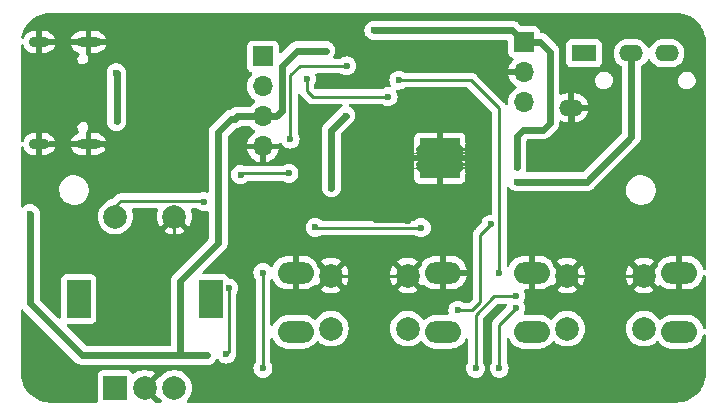
<source format=gbr>
%TF.GenerationSoftware,KiCad,Pcbnew,7.0.7*%
%TF.CreationDate,2024-02-08T13:52:16-05:00*%
%TF.ProjectId,metronome,6d657472-6f6e-46f6-9d65-2e6b69636164,rev?*%
%TF.SameCoordinates,Original*%
%TF.FileFunction,Copper,L2,Bot*%
%TF.FilePolarity,Positive*%
%FSLAX46Y46*%
G04 Gerber Fmt 4.6, Leading zero omitted, Abs format (unit mm)*
G04 Created by KiCad (PCBNEW 7.0.7) date 2024-02-08 13:52:16*
%MOMM*%
%LPD*%
G01*
G04 APERTURE LIST*
%TA.AperFunction,ComponentPad*%
%ADD10O,2.000000X1.400000*%
%TD*%
%TA.AperFunction,ComponentPad*%
%ADD11R,2.000000X1.400000*%
%TD*%
%TA.AperFunction,ComponentPad*%
%ADD12C,0.810000*%
%TD*%
%TA.AperFunction,SMDPad,CuDef*%
%ADD13R,3.350000X3.350000*%
%TD*%
%TA.AperFunction,ComponentPad*%
%ADD14O,3.048000X1.850000*%
%TD*%
%TA.AperFunction,ComponentPad*%
%ADD15R,1.700000X1.700000*%
%TD*%
%TA.AperFunction,ComponentPad*%
%ADD16O,1.700000X1.700000*%
%TD*%
%TA.AperFunction,ComponentPad*%
%ADD17C,2.000000*%
%TD*%
%TA.AperFunction,ComponentPad*%
%ADD18R,2.000000X3.200000*%
%TD*%
%TA.AperFunction,ComponentPad*%
%ADD19R,2.000000X2.000000*%
%TD*%
%TA.AperFunction,ComponentPad*%
%ADD20O,1.700000X0.900000*%
%TD*%
%TA.AperFunction,ComponentPad*%
%ADD21O,2.000000X0.900000*%
%TD*%
%TA.AperFunction,ViaPad*%
%ADD22C,0.600000*%
%TD*%
%TA.AperFunction,Conductor*%
%ADD23C,0.600000*%
%TD*%
%TA.AperFunction,Conductor*%
%ADD24C,0.250000*%
%TD*%
G04 APERTURE END LIST*
D10*
%TO.P,J4,G*%
%TO.N,GND*%
X155080000Y-61530000D03*
%TO.P,J4,R*%
%TO.N,VO1*%
X160180000Y-56930000D03*
%TO.P,J4,S*%
%TO.N,unconnected-(J4-PadS)*%
X163180000Y-56930000D03*
D11*
%TO.P,J4,T*%
%TO.N,VO2*%
X156180000Y-56930000D03*
%TD*%
D12*
%TO.P,U3,9,PAD*%
%TO.N,GND*%
X142700000Y-64560000D03*
X145240000Y-65830000D03*
X142700000Y-65830000D03*
X145240000Y-64560000D03*
X145240000Y-67100000D03*
X142700000Y-67100000D03*
D13*
X143970000Y-65830000D03*
%TD*%
D14*
%TO.P,SW5,1,A*%
%TO.N,GND*%
X131760000Y-75500000D03*
X144260000Y-75500000D03*
%TO.P,SW5,2,B*%
%TO.N,Net-(SW2-B)*%
X131760000Y-80500000D03*
X144260000Y-80500000D03*
%TD*%
%TO.P,SW4,1,A*%
%TO.N,GND*%
X151760000Y-75500000D03*
X164260000Y-75500000D03*
%TO.P,SW4,2,B*%
%TO.N,Net-(SW3-B)*%
X151760000Y-80500000D03*
X164260000Y-80500000D03*
%TD*%
D15*
%TO.P,J3,1,Pin_1*%
%TO.N,SCL*%
X129000000Y-57200000D03*
D16*
%TO.P,J3,2,Pin_2*%
%TO.N,SDA*%
X129000000Y-59740000D03*
%TO.P,J3,3,Pin_3*%
%TO.N,+3.3V*%
X129000000Y-62280000D03*
%TO.P,J3,4,Pin_4*%
%TO.N,GND*%
X129000000Y-64820000D03*
%TD*%
D17*
%TO.P,SW3,1,A*%
%TO.N,GND*%
X161250000Y-75750000D03*
X154750000Y-75750000D03*
%TO.P,SW3,2,B*%
%TO.N,Net-(SW3-B)*%
X154750000Y-80250000D03*
X161250000Y-80250000D03*
%TD*%
%TO.P,SW2,1,A*%
%TO.N,GND*%
X141250000Y-75750000D03*
X134750000Y-75750000D03*
%TO.P,SW2,2,B*%
%TO.N,Net-(SW2-B)*%
X134750000Y-80250000D03*
X141250000Y-80250000D03*
%TD*%
%TO.P,SW1,S2,S2*%
%TO.N,Net-(C3-Pad1)*%
X116500000Y-70750000D03*
%TO.P,SW1,S1,S1*%
%TO.N,GND*%
X121500000Y-70750000D03*
D18*
%TO.P,SW1,MP*%
%TO.N,N/C*%
X113400000Y-77750000D03*
X124600000Y-77750000D03*
D17*
%TO.P,SW1,C,C*%
%TO.N,GND*%
X119000000Y-85250000D03*
%TO.P,SW1,B,B*%
%TO.N,Net-(C2-Pad1)*%
X121500000Y-85250000D03*
D19*
%TO.P,SW1,A,A*%
%TO.N,Net-(C1-Pad1)*%
X116500000Y-85250000D03*
%TD*%
D16*
%TO.P,J2,3,Pin_3*%
%TO.N,UPDI*%
X151100000Y-61055000D03*
%TO.P,J2,2,Pin_2*%
%TO.N,GND*%
X151100000Y-58515000D03*
D15*
%TO.P,J2,1,Pin_1*%
%TO.N,+3.3V*%
X151100000Y-55975000D03*
%TD*%
D20*
%TO.P,J1,S1,SHIELD*%
%TO.N,GND*%
X110060000Y-64620000D03*
D21*
X114230000Y-64620000D03*
D20*
X110060000Y-55980000D03*
D21*
X114230000Y-55980000D03*
%TD*%
D22*
%TO.N,INPUTS*%
X149000000Y-75512000D03*
%TO.N,Net-(C3-Pad1)*%
X127100000Y-67200000D03*
X131200000Y-67100000D03*
X124000000Y-69500000D03*
%TO.N,+3.3V*%
X138400000Y-55000000D03*
%TO.N,Net-(R11-Pad1)*%
X145500000Y-78700000D03*
X148300000Y-71400000D03*
%TO.N,Net-(R10-Pad2)*%
X133425000Y-71675000D03*
X142400000Y-71700000D03*
%TO.N,+3.3V*%
X150500000Y-66540000D03*
X116400000Y-82500000D03*
%TO.N,INPUTS*%
X150400000Y-77500000D03*
X147000000Y-83600000D03*
%TO.N,Net-(R15-Pad1)*%
X150400000Y-78500000D03*
X149000000Y-83600000D03*
%TO.N,GND*%
X156100000Y-71400000D03*
X153400000Y-65100000D03*
X141300000Y-71100000D03*
X137000000Y-67100000D03*
%TO.N,+3.3V*%
X136000000Y-62200000D03*
X134800000Y-68300000D03*
%TO.N,GND*%
X130200000Y-68300000D03*
%TO.N,Net-(C2-Pad1)*%
X126099502Y-76800000D03*
X125900000Y-82400000D03*
%TO.N,Net-(R5-Pad2)*%
X129000000Y-75500000D03*
X129000000Y-83600000D03*
%TO.N,+3.3V*%
X109300000Y-70500000D03*
X134300000Y-56700000D03*
%TO.N,INPUTS*%
X140500000Y-59200000D03*
%TO.N,+3.3V*%
X124300000Y-82500000D03*
%TO.N,VO1*%
X150500000Y-67800000D03*
%TO.N,AUDIO_OUT*%
X136100000Y-58000000D03*
X131300000Y-64200000D03*
%TO.N,SDA*%
X139600000Y-60600000D03*
X132700000Y-59100000D03*
%TO.N,+5V*%
X116600000Y-62700000D03*
X116575000Y-58575000D03*
%TD*%
D23*
%TO.N,VO1*%
X160180000Y-64020000D02*
X156400000Y-67800000D01*
X160180000Y-56930000D02*
X160180000Y-64020000D01*
X156400000Y-67800000D02*
X150500000Y-67800000D01*
D24*
%TO.N,INPUTS*%
X149000000Y-70600000D02*
X149000000Y-75512000D01*
%TO.N,GND*%
X115420000Y-64620000D02*
X114230000Y-64620000D01*
X116000000Y-65200000D02*
X115420000Y-64620000D01*
X116000000Y-69000000D02*
X116000000Y-65200000D01*
X114800000Y-70200000D02*
X116000000Y-69000000D01*
X114800000Y-72500000D02*
X114800000Y-70200000D01*
X115100000Y-72800000D02*
X114800000Y-72500000D01*
X120900000Y-72800000D02*
X115100000Y-72800000D01*
X121500000Y-72200000D02*
X120900000Y-72800000D01*
X121500000Y-70750000D02*
X121500000Y-72200000D01*
%TO.N,Net-(C3-Pad1)*%
X127200000Y-67100000D02*
X127100000Y-67200000D01*
X131200000Y-67100000D02*
X127200000Y-67100000D01*
X123925000Y-69425000D02*
X124000000Y-69500000D01*
X116975000Y-69425000D02*
X123925000Y-69425000D01*
X116500000Y-69900000D02*
X116975000Y-69425000D01*
X116500000Y-70750000D02*
X116500000Y-69900000D01*
D23*
%TO.N,+3.3V*%
X149300000Y-55000000D02*
X138400000Y-55000000D01*
X150125000Y-55000000D02*
X149300000Y-55000000D01*
X151100000Y-55975000D02*
X150125000Y-55000000D01*
D24*
%TO.N,Net-(R11-Pad1)*%
X146700000Y-78700000D02*
X145500000Y-78700000D01*
X147400000Y-78000000D02*
X146700000Y-78700000D01*
X148300000Y-71400000D02*
X147400000Y-72300000D01*
X147400000Y-72300000D02*
X147400000Y-76600000D01*
X147400000Y-76600000D02*
X147400000Y-78000000D01*
%TO.N,Net-(R10-Pad2)*%
X133475000Y-71725000D02*
X133425000Y-71675000D01*
X142375000Y-71725000D02*
X133475000Y-71725000D01*
X142400000Y-71700000D02*
X142375000Y-71725000D01*
D23*
%TO.N,+3.3V*%
X151000000Y-63400000D02*
X150500000Y-63900000D01*
X152700000Y-63400000D02*
X151000000Y-63400000D01*
X153300000Y-62800000D02*
X152700000Y-63400000D01*
X153300000Y-56800000D02*
X153300000Y-62800000D01*
X152475000Y-55975000D02*
X153300000Y-56800000D01*
X150500000Y-63900000D02*
X150500000Y-66540000D01*
X151100000Y-55975000D02*
X152475000Y-55975000D01*
D24*
%TO.N,INPUTS*%
X147000000Y-79100000D02*
X148500000Y-77600000D01*
X148500000Y-77600000D02*
X148600000Y-77500000D01*
X147000000Y-83600000D02*
X147000000Y-79100000D01*
X148600000Y-77500000D02*
X150400000Y-77500000D01*
%TO.N,Net-(R15-Pad1)*%
X149000000Y-79900000D02*
X150400000Y-78500000D01*
X149000000Y-83600000D02*
X149000000Y-79900000D01*
%TO.N,GND*%
X134750000Y-75750000D02*
X141250000Y-75750000D01*
X154750000Y-75750000D02*
X161250000Y-75750000D01*
X156100000Y-74400000D02*
X156100000Y-71400000D01*
X154750000Y-75750000D02*
X156100000Y-74400000D01*
X154400000Y-65100000D02*
X153400000Y-65100000D01*
X154500000Y-65000000D02*
X154400000Y-65100000D01*
X155250000Y-64250000D02*
X154500000Y-65000000D01*
X155250000Y-61267500D02*
X155250000Y-64250000D01*
X138500000Y-71100000D02*
X137500000Y-70100000D01*
X141300000Y-71100000D02*
X138500000Y-71100000D01*
%TO.N,INPUTS*%
X146600000Y-59200000D02*
X149000000Y-61600000D01*
X149000000Y-61600000D02*
X149000000Y-70600000D01*
X140500000Y-59200000D02*
X146600000Y-59200000D01*
D23*
%TO.N,+3.3V*%
X126820000Y-62280000D02*
X129000000Y-62280000D01*
X126300000Y-62500000D02*
X126600000Y-62500000D01*
X125200000Y-63600000D02*
X126300000Y-62500000D01*
X125200000Y-73000000D02*
X125200000Y-63600000D01*
X122000000Y-76200000D02*
X125200000Y-73000000D01*
X122000000Y-82500000D02*
X122000000Y-76200000D01*
X122000000Y-82500000D02*
X124300000Y-82500000D01*
X126600000Y-62500000D02*
X126820000Y-62280000D01*
X116400000Y-82500000D02*
X122000000Y-82500000D01*
D24*
%TO.N,GND*%
X137000000Y-70100000D02*
X137500000Y-70100000D01*
X131760000Y-75500000D02*
X131760000Y-70100000D01*
X137000000Y-67100000D02*
X137000000Y-70100000D01*
X131760000Y-70100000D02*
X131760000Y-68960000D01*
X137000000Y-70100000D02*
X131760000Y-70100000D01*
D23*
%TO.N,+3.3V*%
X134800000Y-68300000D02*
X134800000Y-63400000D01*
X134800000Y-63400000D02*
X136000000Y-62200000D01*
D24*
%TO.N,GND*%
X131100000Y-68300000D02*
X130200000Y-68300000D01*
X131760000Y-68960000D02*
X131100000Y-68300000D01*
%TO.N,Net-(C2-Pad1)*%
X126099502Y-82200498D02*
X126099502Y-76800000D01*
X125900000Y-82400000D02*
X126099502Y-82200498D01*
%TO.N,Net-(R5-Pad2)*%
X129000000Y-83600000D02*
X129000000Y-75500000D01*
D23*
%TO.N,+3.3V*%
X109300000Y-78100000D02*
X109300000Y-70500000D01*
X111300000Y-80100000D02*
X109300000Y-78100000D01*
X113700000Y-82500000D02*
X111300000Y-80100000D01*
X116400000Y-82500000D02*
X113700000Y-82500000D01*
X130120000Y-62280000D02*
X129000000Y-62280000D01*
X130600000Y-61800000D02*
X130120000Y-62280000D01*
X130600000Y-58000000D02*
X130600000Y-61800000D01*
X131900000Y-56700000D02*
X130600000Y-58000000D01*
X134300000Y-56700000D02*
X131900000Y-56700000D01*
D24*
%TO.N,AUDIO_OUT*%
X131300000Y-58800000D02*
X131300000Y-64200000D01*
X132100000Y-58000000D02*
X131300000Y-58800000D01*
X136100000Y-58000000D02*
X132100000Y-58000000D01*
%TO.N,SDA*%
X133200000Y-60600000D02*
X139600000Y-60600000D01*
X132700000Y-60100000D02*
X133200000Y-60600000D01*
X132700000Y-59100000D02*
X132700000Y-60100000D01*
D23*
%TO.N,+5V*%
X116600000Y-62700000D02*
X116600000Y-58600000D01*
X116600000Y-58600000D02*
X116575000Y-58575000D01*
%TD*%
%TA.AperFunction,Conductor*%
%TO.N,GND*%
G36*
X164001866Y-53500613D02*
G01*
X164081342Y-53505420D01*
X164297539Y-53518497D01*
X164304973Y-53519401D01*
X164594483Y-53572456D01*
X164601753Y-53574247D01*
X164882764Y-53661814D01*
X164889751Y-53664465D01*
X165043864Y-53733825D01*
X165158158Y-53785265D01*
X165164788Y-53788745D01*
X165416665Y-53941010D01*
X165422821Y-53945257D01*
X165654523Y-54126784D01*
X165660123Y-54131745D01*
X165868253Y-54339875D01*
X165873214Y-54345475D01*
X166054739Y-54577175D01*
X166058989Y-54583334D01*
X166211254Y-54835211D01*
X166214737Y-54841846D01*
X166335534Y-55110248D01*
X166338188Y-55117244D01*
X166381260Y-55255465D01*
X166425750Y-55398240D01*
X166427543Y-55405516D01*
X166480598Y-55695026D01*
X166481502Y-55702465D01*
X166499386Y-55998133D01*
X166499499Y-56001877D01*
X166499500Y-75184176D01*
X166479815Y-75251215D01*
X166427011Y-75296970D01*
X166357853Y-75306914D01*
X166294297Y-75277889D01*
X166256523Y-75219111D01*
X166254283Y-75210300D01*
X166226463Y-75081218D01*
X166226463Y-75081217D01*
X166136021Y-74856143D01*
X166008838Y-74649584D01*
X165848577Y-74467492D01*
X165848573Y-74467488D01*
X165659855Y-74315109D01*
X165659849Y-74315105D01*
X165448082Y-74196805D01*
X165219370Y-74115996D01*
X165219362Y-74115994D01*
X164980293Y-74075000D01*
X164510000Y-74075000D01*
X164510000Y-74733246D01*
X164490315Y-74800285D01*
X164437511Y-74846040D01*
X164368353Y-74855984D01*
X164355165Y-74853351D01*
X164342115Y-74850000D01*
X164342114Y-74850000D01*
X164219106Y-74850000D01*
X164219094Y-74850000D01*
X164149541Y-74858787D01*
X164080563Y-74847660D01*
X164028551Y-74801006D01*
X164010000Y-74735765D01*
X164010000Y-74075000D01*
X163600461Y-74075000D01*
X163419307Y-74090417D01*
X163184559Y-74151541D01*
X162963527Y-74251453D01*
X162963519Y-74251458D01*
X162762549Y-74387291D01*
X162762546Y-74387293D01*
X162587424Y-74555135D01*
X162587423Y-74555136D01*
X162443184Y-74750159D01*
X162438109Y-74760221D01*
X162440013Y-74772080D01*
X162461523Y-74811471D01*
X162456541Y-74881162D01*
X162428039Y-74925513D01*
X161898517Y-75455034D01*
X161837194Y-75488519D01*
X161767502Y-75483535D01*
X161711569Y-75441663D01*
X161708486Y-75436750D01*
X161708451Y-75436775D01*
X161703558Y-75429843D01*
X161648661Y-75371064D01*
X161600362Y-75319348D01*
X161565300Y-75298026D01*
X161518248Y-75246374D01*
X161506591Y-75177484D01*
X161534029Y-75113227D01*
X161542048Y-75104397D01*
X162120056Y-74526389D01*
X162073229Y-74489943D01*
X161854614Y-74371635D01*
X161854603Y-74371630D01*
X161619493Y-74290916D01*
X161374293Y-74250000D01*
X161125707Y-74250000D01*
X160880506Y-74290916D01*
X160645396Y-74371630D01*
X160645390Y-74371632D01*
X160426761Y-74489949D01*
X160379942Y-74526388D01*
X160379942Y-74526390D01*
X160956833Y-75103280D01*
X160990318Y-75164603D01*
X160985334Y-75234294D01*
X160947408Y-75287148D01*
X160844262Y-75371064D01*
X160844258Y-75371069D01*
X160793947Y-75442343D01*
X160739204Y-75485760D01*
X160669679Y-75492689D01*
X160607444Y-75460930D01*
X160604962Y-75458515D01*
X160026564Y-74880116D01*
X159926267Y-75033632D01*
X159826412Y-75261282D01*
X159765387Y-75502261D01*
X159765385Y-75502270D01*
X159744859Y-75749994D01*
X159744859Y-75750000D01*
X159765385Y-75997729D01*
X159765387Y-75997738D01*
X159826412Y-76238717D01*
X159926266Y-76466364D01*
X160026564Y-76619882D01*
X160601482Y-76044964D01*
X160662805Y-76011479D01*
X160732496Y-76016463D01*
X160788430Y-76058334D01*
X160791514Y-76063249D01*
X160791549Y-76063225D01*
X160796441Y-76070156D01*
X160899637Y-76180651D01*
X160899638Y-76180652D01*
X160934698Y-76201973D01*
X160981749Y-76253623D01*
X160993407Y-76322513D01*
X160965970Y-76386770D01*
X160957950Y-76395601D01*
X160379942Y-76973609D01*
X160426768Y-77010055D01*
X160426770Y-77010056D01*
X160645385Y-77128364D01*
X160645396Y-77128369D01*
X160880506Y-77209083D01*
X161125707Y-77250000D01*
X161374293Y-77250000D01*
X161619493Y-77209083D01*
X161854603Y-77128369D01*
X161854614Y-77128364D01*
X162073228Y-77010057D01*
X162073231Y-77010055D01*
X162120056Y-76973609D01*
X161543165Y-76396718D01*
X161509680Y-76335395D01*
X161514664Y-76265703D01*
X161552588Y-76212853D01*
X161655739Y-76128934D01*
X161706052Y-76057655D01*
X161760793Y-76014239D01*
X161830318Y-76007310D01*
X161892553Y-76039068D01*
X161895037Y-76041484D01*
X162473433Y-76619881D01*
X162504171Y-76572835D01*
X162557318Y-76527479D01*
X162626549Y-76518055D01*
X162685879Y-76544181D01*
X162860144Y-76684890D01*
X162860150Y-76684894D01*
X163071917Y-76803194D01*
X163300629Y-76884003D01*
X163300637Y-76884005D01*
X163539706Y-76924999D01*
X163539715Y-76925000D01*
X164010000Y-76925000D01*
X164010000Y-76266753D01*
X164029685Y-76199714D01*
X164082489Y-76153959D01*
X164151647Y-76144015D01*
X164164816Y-76146644D01*
X164177886Y-76150000D01*
X164177890Y-76150000D01*
X164300892Y-76150000D01*
X164300894Y-76150000D01*
X164300899Y-76149999D01*
X164300903Y-76149999D01*
X164348270Y-76144015D01*
X164370458Y-76141212D01*
X164439436Y-76152338D01*
X164491448Y-76198991D01*
X164510000Y-76264234D01*
X164510000Y-76925000D01*
X164919539Y-76925000D01*
X165100692Y-76909582D01*
X165335440Y-76848458D01*
X165556472Y-76748546D01*
X165556480Y-76748541D01*
X165757450Y-76612708D01*
X165757453Y-76612706D01*
X165932575Y-76444864D01*
X165932576Y-76444863D01*
X166076813Y-76249843D01*
X166186021Y-76033242D01*
X166256935Y-75801687D01*
X166295388Y-75743350D01*
X166359276Y-75715063D01*
X166428314Y-75725807D01*
X166480585Y-75772170D01*
X166499500Y-75837997D01*
X166499500Y-80181802D01*
X166479815Y-80248841D01*
X166427011Y-80294596D01*
X166357853Y-80304540D01*
X166294297Y-80275515D01*
X166256523Y-80216737D01*
X166254283Y-80207926D01*
X166243758Y-80159090D01*
X166226944Y-80081072D01*
X166136468Y-79855914D01*
X166009242Y-79649286D01*
X165848925Y-79467131D01*
X165848924Y-79467130D01*
X165848920Y-79467126D01*
X165660129Y-79314688D01*
X165448290Y-79196347D01*
X165219500Y-79115511D01*
X165219486Y-79115507D01*
X164980337Y-79074500D01*
X164980328Y-79074500D01*
X163600446Y-79074500D01*
X163600441Y-79074500D01*
X163419224Y-79089923D01*
X163419222Y-79089924D01*
X163184391Y-79151068D01*
X163184388Y-79151069D01*
X162963286Y-79251013D01*
X162963274Y-79251020D01*
X162762234Y-79386900D01*
X162762231Y-79386903D01*
X162695612Y-79450752D01*
X162633592Y-79482928D01*
X162564021Y-79476465D01*
X162508990Y-79433415D01*
X162506003Y-79429050D01*
X162438166Y-79325217D01*
X162385549Y-79268060D01*
X162269744Y-79142262D01*
X162073509Y-78989526D01*
X162073507Y-78989525D01*
X162073506Y-78989524D01*
X161854811Y-78871172D01*
X161854802Y-78871169D01*
X161619616Y-78790429D01*
X161374335Y-78749500D01*
X161125665Y-78749500D01*
X160880383Y-78790429D01*
X160645197Y-78871169D01*
X160645188Y-78871172D01*
X160426493Y-78989524D01*
X160230257Y-79142261D01*
X160061833Y-79325217D01*
X159925826Y-79533393D01*
X159825936Y-79761118D01*
X159764892Y-80002175D01*
X159764890Y-80002187D01*
X159744357Y-80249994D01*
X159744357Y-80250005D01*
X159764890Y-80497812D01*
X159764892Y-80497824D01*
X159825936Y-80738881D01*
X159925826Y-80966606D01*
X160061833Y-81174782D01*
X160094245Y-81209991D01*
X160230256Y-81357738D01*
X160426491Y-81510474D01*
X160426493Y-81510475D01*
X160546648Y-81575500D01*
X160645190Y-81628828D01*
X160880386Y-81709571D01*
X161125665Y-81750500D01*
X161374335Y-81750500D01*
X161619614Y-81709571D01*
X161854810Y-81628828D01*
X162073509Y-81510474D01*
X162269744Y-81357738D01*
X162305815Y-81318553D01*
X162365701Y-81282563D01*
X162435539Y-81284662D01*
X162493156Y-81324186D01*
X162502634Y-81337521D01*
X162510756Y-81350711D01*
X162510758Y-81350714D01*
X162593912Y-81445195D01*
X162671075Y-81532869D01*
X162671079Y-81532873D01*
X162859870Y-81685311D01*
X163071709Y-81803652D01*
X163071712Y-81803653D01*
X163300507Y-81884491D01*
X163300513Y-81884492D01*
X163539662Y-81925499D01*
X163539670Y-81925499D01*
X163539672Y-81925500D01*
X163539673Y-81925500D01*
X164919559Y-81925500D01*
X165100775Y-81910076D01*
X165100775Y-81910075D01*
X165100782Y-81910075D01*
X165335608Y-81848931D01*
X165335611Y-81848930D01*
X165556713Y-81748986D01*
X165556716Y-81748983D01*
X165556723Y-81748981D01*
X165757765Y-81613100D01*
X165932952Y-81445197D01*
X166077244Y-81250102D01*
X166186488Y-81033429D01*
X166256936Y-80803389D01*
X166295388Y-80745055D01*
X166359275Y-80716768D01*
X166428314Y-80727512D01*
X166480585Y-80773875D01*
X166499500Y-80839702D01*
X166499500Y-83998122D01*
X166499387Y-84001867D01*
X166481502Y-84297534D01*
X166480598Y-84304973D01*
X166427543Y-84594483D01*
X166425750Y-84601759D01*
X166338192Y-84882745D01*
X166335534Y-84889751D01*
X166214737Y-85158153D01*
X166211254Y-85164788D01*
X166058989Y-85416665D01*
X166054733Y-85422833D01*
X165873215Y-85654523D01*
X165868246Y-85660132D01*
X165660132Y-85868246D01*
X165654523Y-85873215D01*
X165422833Y-86054733D01*
X165416665Y-86058989D01*
X165164788Y-86211254D01*
X165158153Y-86214737D01*
X164889751Y-86335534D01*
X164882749Y-86338190D01*
X164831466Y-86354171D01*
X164601759Y-86425750D01*
X164594483Y-86427543D01*
X164304973Y-86480598D01*
X164297534Y-86481502D01*
X164001867Y-86499387D01*
X163998122Y-86499500D01*
X122671934Y-86499500D01*
X122604895Y-86479815D01*
X122559140Y-86427011D01*
X122549196Y-86357853D01*
X122578221Y-86294297D01*
X122580681Y-86291542D01*
X122688164Y-86174785D01*
X122824173Y-85966607D01*
X122924063Y-85738881D01*
X122985108Y-85497821D01*
X122985109Y-85497812D01*
X123005643Y-85250005D01*
X123005643Y-85249994D01*
X122985109Y-85002187D01*
X122985107Y-85002175D01*
X122924063Y-84761118D01*
X122824173Y-84533393D01*
X122688166Y-84325217D01*
X122600342Y-84229815D01*
X122519744Y-84142262D01*
X122323509Y-83989526D01*
X122323507Y-83989525D01*
X122323506Y-83989524D01*
X122104811Y-83871172D01*
X122104802Y-83871169D01*
X121869616Y-83790429D01*
X121624335Y-83749500D01*
X121375665Y-83749500D01*
X121130383Y-83790429D01*
X120895197Y-83871169D01*
X120895188Y-83871172D01*
X120676493Y-83989524D01*
X120480257Y-84142261D01*
X120311837Y-84325213D01*
X120308690Y-84329258D01*
X120306973Y-84327922D01*
X120260771Y-84367294D01*
X120231596Y-84371954D01*
X119608949Y-84994602D01*
X119547626Y-85028087D01*
X119477934Y-85023103D01*
X119422001Y-84981231D01*
X119416953Y-84973961D01*
X119381761Y-84919202D01*
X119339687Y-84882745D01*
X119273100Y-84825048D01*
X119273099Y-84825047D01*
X119266398Y-84819241D01*
X119268698Y-84816585D01*
X119233960Y-84776428D01*
X119224074Y-84707261D01*
X119253152Y-84643729D01*
X119259116Y-84637329D01*
X119870056Y-84026389D01*
X119823229Y-83989943D01*
X119604614Y-83871635D01*
X119604603Y-83871630D01*
X119369493Y-83790916D01*
X119124293Y-83750000D01*
X118875707Y-83750000D01*
X118630506Y-83790916D01*
X118395396Y-83871630D01*
X118395385Y-83871635D01*
X118176768Y-83989944D01*
X118176757Y-83989951D01*
X118120890Y-84033435D01*
X118055896Y-84059078D01*
X117987356Y-84045512D01*
X117945462Y-84009893D01*
X117857547Y-83892455D01*
X117857544Y-83892452D01*
X117742335Y-83806206D01*
X117742328Y-83806202D01*
X117607482Y-83755908D01*
X117607483Y-83755908D01*
X117547883Y-83749501D01*
X117547881Y-83749500D01*
X117547873Y-83749500D01*
X117547864Y-83749500D01*
X115452129Y-83749500D01*
X115452123Y-83749501D01*
X115392516Y-83755908D01*
X115257671Y-83806202D01*
X115257664Y-83806206D01*
X115142455Y-83892452D01*
X115142452Y-83892455D01*
X115056206Y-84007664D01*
X115056202Y-84007671D01*
X115005908Y-84142517D01*
X114999501Y-84202116D01*
X114999500Y-84202135D01*
X114999500Y-86297870D01*
X114999501Y-86297876D01*
X115006421Y-86362247D01*
X114994014Y-86431006D01*
X114946403Y-86482143D01*
X114883131Y-86499500D01*
X111001878Y-86499500D01*
X110998133Y-86499387D01*
X110702465Y-86481502D01*
X110695026Y-86480598D01*
X110405516Y-86427543D01*
X110398240Y-86425750D01*
X110304858Y-86396651D01*
X110117244Y-86338188D01*
X110110248Y-86335534D01*
X109841846Y-86214737D01*
X109835211Y-86211254D01*
X109583334Y-86058989D01*
X109577175Y-86054739D01*
X109345475Y-85873214D01*
X109339875Y-85868253D01*
X109131745Y-85660123D01*
X109126784Y-85654523D01*
X108945257Y-85422821D01*
X108941010Y-85416665D01*
X108788745Y-85164788D01*
X108785262Y-85158153D01*
X108664465Y-84889751D01*
X108661814Y-84882764D01*
X108574247Y-84601753D01*
X108572456Y-84594483D01*
X108519401Y-84304973D01*
X108518497Y-84297534D01*
X108512725Y-84202116D01*
X108503253Y-84045512D01*
X108500613Y-84001866D01*
X108500500Y-83998122D01*
X108500500Y-83600003D01*
X128194435Y-83600003D01*
X128214630Y-83779249D01*
X128214631Y-83779254D01*
X128274211Y-83949523D01*
X128370183Y-84102262D01*
X128370184Y-84102262D01*
X128497738Y-84229816D01*
X128588080Y-84286582D01*
X128649567Y-84325217D01*
X128650478Y-84325789D01*
X128782410Y-84371954D01*
X128820745Y-84385368D01*
X128820750Y-84385369D01*
X128999996Y-84405565D01*
X129000000Y-84405565D01*
X129000004Y-84405565D01*
X129179249Y-84385369D01*
X129179252Y-84385368D01*
X129179255Y-84385368D01*
X129349522Y-84325789D01*
X129502262Y-84229816D01*
X129629816Y-84102262D01*
X129725789Y-83949522D01*
X129785368Y-83779255D01*
X129785369Y-83779249D01*
X129805565Y-83600003D01*
X129805565Y-83599996D01*
X129785369Y-83420750D01*
X129785368Y-83420745D01*
X129737998Y-83285369D01*
X129725789Y-83250478D01*
X129720611Y-83242238D01*
X129644506Y-83121117D01*
X129625500Y-83055145D01*
X129625500Y-81143101D01*
X129645185Y-81076062D01*
X129697989Y-81030307D01*
X129767147Y-81020363D01*
X129830703Y-81049388D01*
X129864558Y-81096867D01*
X129879791Y-81134778D01*
X129883532Y-81144086D01*
X129916754Y-81198042D01*
X130010757Y-81350713D01*
X130171075Y-81532869D01*
X130171079Y-81532873D01*
X130359870Y-81685311D01*
X130571709Y-81803652D01*
X130571712Y-81803653D01*
X130800507Y-81884491D01*
X130800513Y-81884492D01*
X131039662Y-81925499D01*
X131039670Y-81925499D01*
X131039672Y-81925500D01*
X131039673Y-81925500D01*
X132419559Y-81925500D01*
X132600775Y-81910076D01*
X132600775Y-81910075D01*
X132600782Y-81910075D01*
X132835608Y-81848931D01*
X132835611Y-81848930D01*
X133056713Y-81748986D01*
X133056716Y-81748983D01*
X133056723Y-81748981D01*
X133257765Y-81613100D01*
X133432952Y-81445197D01*
X133512010Y-81338303D01*
X133567697Y-81296111D01*
X133637358Y-81290723D01*
X133698875Y-81323852D01*
X133702928Y-81328052D01*
X133730256Y-81357738D01*
X133926491Y-81510474D01*
X133926493Y-81510475D01*
X134046648Y-81575500D01*
X134145190Y-81628828D01*
X134380386Y-81709571D01*
X134625665Y-81750500D01*
X134874335Y-81750500D01*
X135119614Y-81709571D01*
X135354810Y-81628828D01*
X135573509Y-81510474D01*
X135769744Y-81357738D01*
X135938164Y-81174785D01*
X136074173Y-80966607D01*
X136174063Y-80738881D01*
X136235108Y-80497821D01*
X136255643Y-80250000D01*
X136251383Y-80198591D01*
X136235109Y-80002187D01*
X136235107Y-80002175D01*
X136174063Y-79761118D01*
X136074173Y-79533393D01*
X135938166Y-79325217D01*
X135885549Y-79268060D01*
X135769744Y-79142262D01*
X135573509Y-78989526D01*
X135573507Y-78989525D01*
X135573506Y-78989524D01*
X135354811Y-78871172D01*
X135354802Y-78871169D01*
X135119616Y-78790429D01*
X134874335Y-78749500D01*
X134625665Y-78749500D01*
X134380383Y-78790429D01*
X134145197Y-78871169D01*
X134145188Y-78871172D01*
X133926493Y-78989524D01*
X133730257Y-79142261D01*
X133561836Y-79325215D01*
X133502618Y-79415855D01*
X133449471Y-79461211D01*
X133380240Y-79470635D01*
X133320910Y-79444510D01*
X133264793Y-79399199D01*
X133160130Y-79314689D01*
X133160125Y-79314686D01*
X132948290Y-79196347D01*
X132719500Y-79115511D01*
X132719486Y-79115507D01*
X132480337Y-79074500D01*
X132480328Y-79074500D01*
X131100446Y-79074500D01*
X131100441Y-79074500D01*
X130919224Y-79089923D01*
X130919222Y-79089924D01*
X130684391Y-79151068D01*
X130684388Y-79151069D01*
X130463286Y-79251013D01*
X130463274Y-79251020D01*
X130262234Y-79386900D01*
X130262232Y-79386902D01*
X130087047Y-79554803D01*
X130087046Y-79554804D01*
X129942760Y-79749891D01*
X129942757Y-79749896D01*
X129942756Y-79749898D01*
X129920625Y-79793793D01*
X129860222Y-79913594D01*
X129812463Y-79964593D01*
X129744714Y-79981676D01*
X129678484Y-79959419D01*
X129634801Y-79904888D01*
X129625500Y-79857773D01*
X129625500Y-76141760D01*
X129645185Y-76074721D01*
X129697989Y-76028966D01*
X129767147Y-76019022D01*
X129830703Y-76048047D01*
X129864559Y-76095526D01*
X129883981Y-76143861D01*
X130011161Y-76350415D01*
X130171422Y-76532507D01*
X130171426Y-76532511D01*
X130360144Y-76684890D01*
X130360150Y-76684894D01*
X130571917Y-76803194D01*
X130800629Y-76884003D01*
X130800637Y-76884005D01*
X131039706Y-76924999D01*
X131039715Y-76925000D01*
X131510000Y-76925000D01*
X131510000Y-76266753D01*
X131529685Y-76199714D01*
X131582489Y-76153959D01*
X131651647Y-76144015D01*
X131664816Y-76146644D01*
X131677886Y-76150000D01*
X131677890Y-76150000D01*
X131800892Y-76150000D01*
X131800894Y-76150000D01*
X131800899Y-76149999D01*
X131800903Y-76149999D01*
X131848270Y-76144015D01*
X131870458Y-76141212D01*
X131939436Y-76152338D01*
X131991448Y-76198991D01*
X132010000Y-76264234D01*
X132010000Y-76925000D01*
X132419539Y-76925000D01*
X132600692Y-76909582D01*
X132835440Y-76848458D01*
X133056472Y-76748546D01*
X133056480Y-76748541D01*
X133257450Y-76612708D01*
X133257452Y-76612706D01*
X133312175Y-76560258D01*
X133374195Y-76528081D01*
X133443765Y-76534543D01*
X133498798Y-76577591D01*
X133501785Y-76581957D01*
X133526563Y-76619882D01*
X133526564Y-76619882D01*
X134101482Y-76044964D01*
X134162805Y-76011479D01*
X134232496Y-76016463D01*
X134288430Y-76058334D01*
X134291514Y-76063249D01*
X134291549Y-76063225D01*
X134296441Y-76070156D01*
X134399637Y-76180651D01*
X134399638Y-76180652D01*
X134434698Y-76201973D01*
X134481749Y-76253623D01*
X134493407Y-76322513D01*
X134465970Y-76386770D01*
X134457950Y-76395601D01*
X133879942Y-76973609D01*
X133926768Y-77010055D01*
X133926770Y-77010056D01*
X134145385Y-77128364D01*
X134145396Y-77128369D01*
X134380506Y-77209083D01*
X134625707Y-77250000D01*
X134874293Y-77250000D01*
X135119493Y-77209083D01*
X135354603Y-77128369D01*
X135354614Y-77128364D01*
X135573228Y-77010057D01*
X135573231Y-77010055D01*
X135620056Y-76973609D01*
X135043165Y-76396718D01*
X135009680Y-76335395D01*
X135014664Y-76265703D01*
X135052588Y-76212853D01*
X135155739Y-76128934D01*
X135206052Y-76057655D01*
X135260793Y-76014239D01*
X135330318Y-76007310D01*
X135392553Y-76039068D01*
X135395037Y-76041484D01*
X135973434Y-76619882D01*
X136073731Y-76466369D01*
X136173587Y-76238717D01*
X136234612Y-75997738D01*
X136234614Y-75997729D01*
X136255141Y-75750000D01*
X139744859Y-75750000D01*
X139765385Y-75997729D01*
X139765387Y-75997738D01*
X139826412Y-76238717D01*
X139926266Y-76466364D01*
X140026564Y-76619882D01*
X140601482Y-76044964D01*
X140662805Y-76011479D01*
X140732496Y-76016463D01*
X140788430Y-76058334D01*
X140791514Y-76063249D01*
X140791549Y-76063225D01*
X140796441Y-76070156D01*
X140899637Y-76180651D01*
X140899638Y-76180652D01*
X140934698Y-76201973D01*
X140981749Y-76253623D01*
X140993407Y-76322513D01*
X140965970Y-76386770D01*
X140957950Y-76395601D01*
X140379942Y-76973609D01*
X140426768Y-77010055D01*
X140426770Y-77010056D01*
X140645385Y-77128364D01*
X140645396Y-77128369D01*
X140880506Y-77209083D01*
X141125707Y-77250000D01*
X141374293Y-77250000D01*
X141619493Y-77209083D01*
X141854603Y-77128369D01*
X141854614Y-77128364D01*
X142073228Y-77010057D01*
X142073231Y-77010055D01*
X142120056Y-76973609D01*
X141543165Y-76396718D01*
X141509680Y-76335395D01*
X141514664Y-76265703D01*
X141552588Y-76212853D01*
X141655739Y-76128934D01*
X141706052Y-76057655D01*
X141760793Y-76014239D01*
X141830318Y-76007310D01*
X141892553Y-76039068D01*
X141895037Y-76041484D01*
X142473433Y-76619881D01*
X142504171Y-76572835D01*
X142557318Y-76527479D01*
X142626549Y-76518055D01*
X142685879Y-76544181D01*
X142860144Y-76684890D01*
X142860150Y-76684894D01*
X143071917Y-76803194D01*
X143300629Y-76884003D01*
X143300637Y-76884005D01*
X143539706Y-76924999D01*
X143539715Y-76925000D01*
X144010000Y-76925000D01*
X144010000Y-76266753D01*
X144029685Y-76199714D01*
X144082489Y-76153959D01*
X144151647Y-76144015D01*
X144164816Y-76146644D01*
X144177886Y-76150000D01*
X144177890Y-76150000D01*
X144300892Y-76150000D01*
X144300894Y-76150000D01*
X144300899Y-76149999D01*
X144300903Y-76149999D01*
X144348270Y-76144015D01*
X144370458Y-76141212D01*
X144439436Y-76152338D01*
X144491448Y-76198991D01*
X144510000Y-76264234D01*
X144510000Y-76925000D01*
X144919539Y-76925000D01*
X145100692Y-76909582D01*
X145335440Y-76848458D01*
X145556472Y-76748546D01*
X145556480Y-76748541D01*
X145757450Y-76612708D01*
X145757453Y-76612706D01*
X145932575Y-76444864D01*
X145932576Y-76444863D01*
X146076813Y-76249843D01*
X146186021Y-76033242D01*
X146257053Y-75801299D01*
X146263622Y-75750000D01*
X145023921Y-75750000D01*
X144956882Y-75730315D01*
X144911127Y-75677511D01*
X144901183Y-75608353D01*
X144902117Y-75602766D01*
X144902659Y-75599919D01*
X144913873Y-75541138D01*
X144903847Y-75381784D01*
X144919283Y-75313643D01*
X144969109Y-75264663D01*
X145027602Y-75250000D01*
X146262839Y-75250000D01*
X146226463Y-75081217D01*
X146226462Y-75081214D01*
X146136021Y-74856143D01*
X146008838Y-74649584D01*
X145848577Y-74467492D01*
X145848573Y-74467488D01*
X145659855Y-74315109D01*
X145659849Y-74315105D01*
X145448082Y-74196805D01*
X145219370Y-74115996D01*
X145219362Y-74115994D01*
X144980293Y-74075000D01*
X144510000Y-74075000D01*
X144510000Y-74733246D01*
X144490315Y-74800285D01*
X144437511Y-74846040D01*
X144368353Y-74855984D01*
X144355165Y-74853351D01*
X144342115Y-74850000D01*
X144342114Y-74850000D01*
X144219106Y-74850000D01*
X144219094Y-74850000D01*
X144149541Y-74858787D01*
X144080563Y-74847660D01*
X144028551Y-74801006D01*
X144010000Y-74735765D01*
X144010000Y-74075000D01*
X143600461Y-74075000D01*
X143419307Y-74090417D01*
X143184559Y-74151541D01*
X142963527Y-74251453D01*
X142963519Y-74251458D01*
X142762549Y-74387291D01*
X142762546Y-74387293D01*
X142587424Y-74555135D01*
X142587423Y-74555136D01*
X142443184Y-74750159D01*
X142438109Y-74760221D01*
X142440013Y-74772080D01*
X142461523Y-74811471D01*
X142456541Y-74881162D01*
X142428039Y-74925513D01*
X141898517Y-75455034D01*
X141837194Y-75488519D01*
X141767502Y-75483535D01*
X141711569Y-75441663D01*
X141708486Y-75436750D01*
X141708451Y-75436775D01*
X141703558Y-75429843D01*
X141648661Y-75371064D01*
X141600362Y-75319348D01*
X141565300Y-75298026D01*
X141518248Y-75246374D01*
X141506591Y-75177484D01*
X141534029Y-75113227D01*
X141542048Y-75104397D01*
X142120056Y-74526389D01*
X142073229Y-74489943D01*
X141854614Y-74371635D01*
X141854603Y-74371630D01*
X141619493Y-74290916D01*
X141374293Y-74250000D01*
X141125707Y-74250000D01*
X140880506Y-74290916D01*
X140645396Y-74371630D01*
X140645390Y-74371632D01*
X140426761Y-74489949D01*
X140379942Y-74526388D01*
X140379942Y-74526390D01*
X140956833Y-75103280D01*
X140990318Y-75164603D01*
X140985334Y-75234294D01*
X140947408Y-75287148D01*
X140844262Y-75371064D01*
X140844258Y-75371069D01*
X140793947Y-75442343D01*
X140739204Y-75485760D01*
X140669679Y-75492689D01*
X140607444Y-75460930D01*
X140604962Y-75458515D01*
X140026564Y-74880116D01*
X139926267Y-75033632D01*
X139826412Y-75261282D01*
X139765387Y-75502261D01*
X139765385Y-75502270D01*
X139744859Y-75749994D01*
X139744859Y-75750000D01*
X136255141Y-75750000D01*
X136255141Y-75749994D01*
X136234614Y-75502270D01*
X136234612Y-75502261D01*
X136173587Y-75261282D01*
X136073731Y-75033630D01*
X135973434Y-74880116D01*
X135398517Y-75455034D01*
X135337194Y-75488519D01*
X135267502Y-75483535D01*
X135211569Y-75441663D01*
X135208486Y-75436750D01*
X135208451Y-75436775D01*
X135203558Y-75429843D01*
X135148661Y-75371064D01*
X135100362Y-75319348D01*
X135065300Y-75298026D01*
X135018248Y-75246374D01*
X135006591Y-75177484D01*
X135034029Y-75113227D01*
X135042048Y-75104397D01*
X135620056Y-74526389D01*
X135573229Y-74489943D01*
X135354614Y-74371635D01*
X135354603Y-74371630D01*
X135119493Y-74290916D01*
X134874293Y-74250000D01*
X134625707Y-74250000D01*
X134380506Y-74290916D01*
X134145396Y-74371630D01*
X134145390Y-74371632D01*
X133926761Y-74489949D01*
X133879942Y-74526388D01*
X133879942Y-74526390D01*
X134456833Y-75103280D01*
X134490318Y-75164603D01*
X134485334Y-75234294D01*
X134447408Y-75287148D01*
X134344262Y-75371064D01*
X134344258Y-75371069D01*
X134293947Y-75442343D01*
X134239204Y-75485760D01*
X134169679Y-75492689D01*
X134107444Y-75460930D01*
X134104962Y-75458515D01*
X133571960Y-74925513D01*
X133538475Y-74864190D01*
X133543459Y-74794498D01*
X133571157Y-74751398D01*
X133571217Y-74750894D01*
X133508838Y-74649585D01*
X133348576Y-74467491D01*
X133348573Y-74467488D01*
X133159855Y-74315109D01*
X133159849Y-74315105D01*
X132948082Y-74196805D01*
X132719370Y-74115996D01*
X132719362Y-74115994D01*
X132480293Y-74075000D01*
X132010000Y-74075000D01*
X132009999Y-74733246D01*
X131990314Y-74800286D01*
X131937510Y-74846040D01*
X131868352Y-74855984D01*
X131855173Y-74853353D01*
X131842114Y-74850000D01*
X131719106Y-74850000D01*
X131719094Y-74850000D01*
X131649541Y-74858787D01*
X131580563Y-74847660D01*
X131528551Y-74801006D01*
X131510000Y-74735765D01*
X131510000Y-74075000D01*
X131100461Y-74075000D01*
X130919307Y-74090417D01*
X130684559Y-74151541D01*
X130463527Y-74251453D01*
X130463519Y-74251458D01*
X130262549Y-74387291D01*
X130262546Y-74387293D01*
X130087424Y-74555135D01*
X130087423Y-74555136D01*
X129943186Y-74750156D01*
X129832342Y-74970004D01*
X129784584Y-75021003D01*
X129716835Y-75038087D01*
X129650605Y-75015830D01*
X129633938Y-75001860D01*
X129502262Y-74870184D01*
X129349523Y-74774211D01*
X129179254Y-74714631D01*
X129179249Y-74714630D01*
X129000004Y-74694435D01*
X128999996Y-74694435D01*
X128820750Y-74714630D01*
X128820745Y-74714631D01*
X128650476Y-74774211D01*
X128497737Y-74870184D01*
X128370184Y-74997737D01*
X128274211Y-75150476D01*
X128214631Y-75320745D01*
X128214630Y-75320750D01*
X128194435Y-75499996D01*
X128194435Y-75500003D01*
X128214630Y-75679249D01*
X128214631Y-75679254D01*
X128274211Y-75849524D01*
X128355493Y-75978881D01*
X128374500Y-76044854D01*
X128374499Y-83055145D01*
X128355493Y-83121117D01*
X128274211Y-83250476D01*
X128214631Y-83420745D01*
X128214630Y-83420750D01*
X128194435Y-83599996D01*
X128194435Y-83600003D01*
X108500500Y-83600003D01*
X108500500Y-78731940D01*
X108520185Y-78664901D01*
X108572989Y-78619146D01*
X108642147Y-78609202D01*
X108705703Y-78638227D01*
X108712181Y-78644259D01*
X113197738Y-83129816D01*
X113233096Y-83152033D01*
X113238770Y-83156060D01*
X113271411Y-83182090D01*
X113271414Y-83182092D01*
X113309038Y-83200210D01*
X113315123Y-83203574D01*
X113350478Y-83225789D01*
X113389899Y-83239583D01*
X113396307Y-83242238D01*
X113433939Y-83260360D01*
X113474641Y-83269650D01*
X113481328Y-83271576D01*
X113520742Y-83285367D01*
X113520745Y-83285368D01*
X113562241Y-83290043D01*
X113569093Y-83291207D01*
X113609806Y-83300500D01*
X113655046Y-83300500D01*
X116351564Y-83300500D01*
X116358502Y-83300889D01*
X116387400Y-83304145D01*
X116399998Y-83305565D01*
X116400000Y-83305565D01*
X116400002Y-83305565D01*
X116412599Y-83304145D01*
X116441497Y-83300889D01*
X116448436Y-83300500D01*
X121951564Y-83300500D01*
X121958502Y-83300889D01*
X121987400Y-83304145D01*
X121999998Y-83305565D01*
X122000000Y-83305565D01*
X122000002Y-83305565D01*
X122012599Y-83304145D01*
X122041497Y-83300889D01*
X122048436Y-83300500D01*
X124251564Y-83300500D01*
X124258502Y-83300889D01*
X124287400Y-83304145D01*
X124299998Y-83305565D01*
X124300000Y-83305565D01*
X124300004Y-83305565D01*
X124479249Y-83285369D01*
X124479252Y-83285368D01*
X124479255Y-83285368D01*
X124649522Y-83225789D01*
X124802262Y-83129816D01*
X124929816Y-83002262D01*
X125025789Y-82849522D01*
X125025789Y-82849519D01*
X125026423Y-82848512D01*
X125078758Y-82802221D01*
X125147811Y-82791573D01*
X125211660Y-82819948D01*
X125236409Y-82848510D01*
X125270184Y-82902262D01*
X125397738Y-83029816D01*
X125438049Y-83055145D01*
X125543042Y-83121117D01*
X125550478Y-83125789D01*
X125630769Y-83153884D01*
X125720745Y-83185368D01*
X125720750Y-83185369D01*
X125899996Y-83205565D01*
X125900000Y-83205565D01*
X125900004Y-83205565D01*
X126079249Y-83185369D01*
X126079252Y-83185368D01*
X126079255Y-83185368D01*
X126249522Y-83125789D01*
X126402262Y-83029816D01*
X126529816Y-82902262D01*
X126625789Y-82749522D01*
X126685368Y-82579255D01*
X126705565Y-82400000D01*
X126705565Y-82393035D01*
X126705801Y-82393035D01*
X126706378Y-82367306D01*
X126712228Y-82330366D01*
X126713408Y-82324669D01*
X126725002Y-82279517D01*
X126725002Y-82259481D01*
X126726529Y-82240080D01*
X126729662Y-82220301D01*
X126729662Y-82220298D01*
X126728524Y-82208266D01*
X126725274Y-82173892D01*
X126725001Y-82168097D01*
X126725001Y-77344855D01*
X126744007Y-77278884D01*
X126787866Y-77209083D01*
X126825291Y-77149522D01*
X126884870Y-76979255D01*
X126885506Y-76973609D01*
X126905067Y-76800003D01*
X126905067Y-76799996D01*
X126884871Y-76620750D01*
X126884870Y-76620745D01*
X126869770Y-76577591D01*
X126825291Y-76450478D01*
X126821763Y-76444864D01*
X126729317Y-76297737D01*
X126601764Y-76170184D01*
X126449025Y-76074211D01*
X126278756Y-76014631D01*
X126278752Y-76014630D01*
X126150816Y-76000216D01*
X126086402Y-75973150D01*
X126048517Y-75920328D01*
X126043796Y-75907671D01*
X126043796Y-75907669D01*
X126043795Y-75907667D01*
X126043793Y-75907664D01*
X125957547Y-75792455D01*
X125957544Y-75792452D01*
X125842335Y-75706206D01*
X125842328Y-75706202D01*
X125707482Y-75655908D01*
X125707483Y-75655908D01*
X125647883Y-75649501D01*
X125647881Y-75649500D01*
X125647873Y-75649500D01*
X125647865Y-75649500D01*
X123981939Y-75649500D01*
X123914900Y-75629815D01*
X123869145Y-75577011D01*
X123859201Y-75507853D01*
X123888226Y-75444297D01*
X123894258Y-75437819D01*
X124776942Y-74555136D01*
X125797826Y-73534252D01*
X125797825Y-73534251D01*
X125829812Y-73502266D01*
X125829812Y-73502265D01*
X125829816Y-73502262D01*
X125852037Y-73466895D01*
X125856052Y-73461236D01*
X125882091Y-73428587D01*
X125900215Y-73390949D01*
X125903564Y-73384891D01*
X125925789Y-73349522D01*
X125939581Y-73310103D01*
X125942242Y-73303681D01*
X125945638Y-73296627D01*
X125960359Y-73266061D01*
X125969652Y-73225342D01*
X125971574Y-73218675D01*
X125985368Y-73179255D01*
X125990044Y-73137747D01*
X125991204Y-73130919D01*
X126000500Y-73090195D01*
X126000500Y-72909806D01*
X126000500Y-72909805D01*
X126000500Y-71675003D01*
X132619435Y-71675003D01*
X132639630Y-71854249D01*
X132639631Y-71854254D01*
X132699211Y-72024523D01*
X132761783Y-72124105D01*
X132795184Y-72177262D01*
X132922738Y-72304816D01*
X132966671Y-72332421D01*
X133063511Y-72393270D01*
X133075478Y-72400789D01*
X133245744Y-72460367D01*
X133245745Y-72460368D01*
X133245750Y-72460369D01*
X133424996Y-72480565D01*
X133425000Y-72480565D01*
X133425004Y-72480565D01*
X133604249Y-72460369D01*
X133604252Y-72460368D01*
X133604255Y-72460368D01*
X133774522Y-72400789D01*
X133786489Y-72393270D01*
X133824307Y-72369507D01*
X133890280Y-72350500D01*
X141894932Y-72350500D01*
X141960904Y-72369506D01*
X142050477Y-72425789D01*
X142050481Y-72425790D01*
X142220737Y-72485366D01*
X142220743Y-72485367D01*
X142220745Y-72485368D01*
X142220746Y-72485368D01*
X142220750Y-72485369D01*
X142399996Y-72505565D01*
X142400000Y-72505565D01*
X142400004Y-72505565D01*
X142579249Y-72485369D01*
X142579252Y-72485368D01*
X142579255Y-72485368D01*
X142749522Y-72425789D01*
X142902262Y-72329816D01*
X143029816Y-72202262D01*
X143125789Y-72049522D01*
X143185368Y-71879255D01*
X143187015Y-71864636D01*
X143205565Y-71700003D01*
X143205565Y-71699996D01*
X143185369Y-71520750D01*
X143185368Y-71520745D01*
X143130055Y-71362669D01*
X143125789Y-71350478D01*
X143110080Y-71325478D01*
X143051127Y-71231654D01*
X143029816Y-71197738D01*
X142902262Y-71070184D01*
X142832003Y-71026037D01*
X142749523Y-70974211D01*
X142579254Y-70914631D01*
X142579249Y-70914630D01*
X142400004Y-70894435D01*
X142399996Y-70894435D01*
X142220750Y-70914630D01*
X142220745Y-70914631D01*
X142050476Y-70974211D01*
X141897736Y-71070185D01*
X141894903Y-71072445D01*
X141892724Y-71073334D01*
X141891842Y-71073889D01*
X141891744Y-71073734D01*
X141830217Y-71098855D01*
X141817588Y-71099500D01*
X134032940Y-71099500D01*
X133965901Y-71079815D01*
X133945259Y-71063181D01*
X133927262Y-71045184D01*
X133774523Y-70949211D01*
X133604254Y-70889631D01*
X133604249Y-70889630D01*
X133425004Y-70869435D01*
X133424996Y-70869435D01*
X133245750Y-70889630D01*
X133245745Y-70889631D01*
X133075476Y-70949211D01*
X132922737Y-71045184D01*
X132795184Y-71172737D01*
X132699211Y-71325476D01*
X132639631Y-71495745D01*
X132639630Y-71495750D01*
X132619435Y-71674996D01*
X132619435Y-71675003D01*
X126000500Y-71675003D01*
X126000500Y-67200003D01*
X126294435Y-67200003D01*
X126314630Y-67379249D01*
X126314631Y-67379254D01*
X126374211Y-67549523D01*
X126470184Y-67702261D01*
X126470184Y-67702262D01*
X126597738Y-67829816D01*
X126750478Y-67925789D01*
X126903275Y-67979255D01*
X126920745Y-67985368D01*
X126920750Y-67985369D01*
X127099996Y-68005565D01*
X127100000Y-68005565D01*
X127100004Y-68005565D01*
X127279249Y-67985369D01*
X127279252Y-67985368D01*
X127279255Y-67985368D01*
X127449522Y-67925789D01*
X127602262Y-67829816D01*
X127670259Y-67761819D01*
X127731582Y-67728334D01*
X127757940Y-67725500D01*
X130655145Y-67725500D01*
X130721117Y-67744506D01*
X130822674Y-67808319D01*
X130850478Y-67825789D01*
X130861984Y-67829815D01*
X131020745Y-67885368D01*
X131020750Y-67885369D01*
X131199996Y-67905565D01*
X131200000Y-67905565D01*
X131200004Y-67905565D01*
X131379249Y-67885369D01*
X131379252Y-67885368D01*
X131379255Y-67885368D01*
X131549522Y-67825789D01*
X131702262Y-67729816D01*
X131829816Y-67602262D01*
X131925789Y-67449522D01*
X131985368Y-67279255D01*
X131987799Y-67257680D01*
X132005565Y-67100003D01*
X132005565Y-67099996D01*
X131985369Y-66920750D01*
X131985368Y-66920745D01*
X131962240Y-66854649D01*
X131925789Y-66750478D01*
X131906168Y-66719252D01*
X131873777Y-66667701D01*
X131829816Y-66597738D01*
X131702262Y-66470184D01*
X131678883Y-66455494D01*
X131549523Y-66374211D01*
X131379254Y-66314631D01*
X131379249Y-66314630D01*
X131200004Y-66294435D01*
X131199996Y-66294435D01*
X131020750Y-66314630D01*
X131020745Y-66314631D01*
X130850476Y-66374211D01*
X130721117Y-66455494D01*
X130655145Y-66474500D01*
X127471416Y-66474500D01*
X127430461Y-66467541D01*
X127279262Y-66414633D01*
X127279249Y-66414630D01*
X127100004Y-66394435D01*
X127099996Y-66394435D01*
X126920750Y-66414630D01*
X126920745Y-66414631D01*
X126750476Y-66474211D01*
X126597737Y-66570184D01*
X126470184Y-66697737D01*
X126374211Y-66850476D01*
X126314631Y-67020745D01*
X126314630Y-67020750D01*
X126294435Y-67199996D01*
X126294435Y-67200003D01*
X126000500Y-67200003D01*
X126000500Y-63982939D01*
X126020185Y-63915901D01*
X126036819Y-63895259D01*
X126595259Y-63336819D01*
X126656582Y-63303334D01*
X126682940Y-63300500D01*
X126690194Y-63300500D01*
X126730903Y-63291208D01*
X126737760Y-63290043D01*
X126779255Y-63285368D01*
X126818680Y-63271571D01*
X126825321Y-63269658D01*
X126866061Y-63260360D01*
X126903693Y-63242236D01*
X126910105Y-63239580D01*
X126949522Y-63225789D01*
X126984889Y-63203565D01*
X126990961Y-63200209D01*
X127028587Y-63182091D01*
X127061236Y-63156052D01*
X127066895Y-63152037D01*
X127102262Y-63129816D01*
X127102263Y-63129815D01*
X127102264Y-63129815D01*
X127115260Y-63116819D01*
X127176583Y-63083334D01*
X127202941Y-63080500D01*
X127847309Y-63080500D01*
X127914348Y-63100185D01*
X127948883Y-63133375D01*
X127960189Y-63149522D01*
X127961508Y-63151405D01*
X128128597Y-63318493D01*
X128128603Y-63318498D01*
X128144767Y-63329816D01*
X128277433Y-63422710D01*
X128314594Y-63448730D01*
X128358219Y-63503307D01*
X128365413Y-63572805D01*
X128333890Y-63635160D01*
X128314595Y-63651880D01*
X128128922Y-63781890D01*
X128128920Y-63781891D01*
X127961891Y-63948920D01*
X127961886Y-63948926D01*
X127826400Y-64142420D01*
X127826399Y-64142422D01*
X127726570Y-64356507D01*
X127726567Y-64356513D01*
X127669364Y-64569999D01*
X127669364Y-64570000D01*
X128386653Y-64570000D01*
X128453692Y-64589685D01*
X128499447Y-64642489D01*
X128509391Y-64711647D01*
X128505631Y-64728933D01*
X128500000Y-64748111D01*
X128500000Y-64891888D01*
X128505631Y-64911067D01*
X128505630Y-64980936D01*
X128467855Y-65039714D01*
X128404299Y-65068738D01*
X128386653Y-65070000D01*
X127669364Y-65070000D01*
X127726567Y-65283486D01*
X127726570Y-65283492D01*
X127826399Y-65497578D01*
X127961894Y-65691082D01*
X128128917Y-65858105D01*
X128322421Y-65993600D01*
X128536507Y-66093429D01*
X128536516Y-66093433D01*
X128750000Y-66150634D01*
X128750000Y-65432301D01*
X128769685Y-65365262D01*
X128822489Y-65319507D01*
X128891647Y-65309563D01*
X128964237Y-65320000D01*
X128964238Y-65320000D01*
X129035762Y-65320000D01*
X129035763Y-65320000D01*
X129108353Y-65309563D01*
X129177512Y-65319507D01*
X129230315Y-65365262D01*
X129250000Y-65432301D01*
X129250000Y-66150633D01*
X129463483Y-66093433D01*
X129463492Y-66093429D01*
X129677578Y-65993600D01*
X129871082Y-65858105D01*
X130038105Y-65691082D01*
X130173600Y-65497578D01*
X130273429Y-65283492D01*
X130273432Y-65283486D01*
X130330636Y-65070000D01*
X129613347Y-65070000D01*
X129546308Y-65050315D01*
X129500553Y-64997511D01*
X129490609Y-64928353D01*
X129494369Y-64911067D01*
X129500000Y-64891888D01*
X129500000Y-64748111D01*
X129494369Y-64728933D01*
X129494370Y-64659064D01*
X129532145Y-64600286D01*
X129595701Y-64571262D01*
X129613347Y-64570000D01*
X130330636Y-64570000D01*
X130363680Y-64526936D01*
X130420108Y-64485733D01*
X130489854Y-64481578D01*
X130550774Y-64515790D01*
X130570347Y-64543725D01*
X130570506Y-64543626D01*
X130572493Y-64546788D01*
X130573775Y-64548618D01*
X130574209Y-64549519D01*
X130642080Y-64657535D01*
X130670184Y-64702262D01*
X130797738Y-64829816D01*
X130867070Y-64873380D01*
X130948348Y-64924451D01*
X130950478Y-64925789D01*
X131058987Y-64963758D01*
X131120745Y-64985368D01*
X131120750Y-64985369D01*
X131299996Y-65005565D01*
X131300000Y-65005565D01*
X131300004Y-65005565D01*
X131479249Y-64985369D01*
X131479252Y-64985368D01*
X131479255Y-64985368D01*
X131649522Y-64925789D01*
X131802262Y-64829816D01*
X131929816Y-64702262D01*
X132025789Y-64549522D01*
X132085368Y-64379255D01*
X132085369Y-64379249D01*
X132105565Y-64200003D01*
X132105565Y-64199996D01*
X132085369Y-64020750D01*
X132085368Y-64020745D01*
X132047636Y-63912913D01*
X132025789Y-63850478D01*
X131984700Y-63785086D01*
X131944506Y-63721117D01*
X131925500Y-63655145D01*
X131925500Y-60479788D01*
X131945185Y-60412749D01*
X131997989Y-60366994D01*
X132067147Y-60357050D01*
X132130703Y-60386075D01*
X132149816Y-60406901D01*
X132157757Y-60417830D01*
X132174898Y-60441423D01*
X132178106Y-60446307D01*
X132201827Y-60486416D01*
X132201833Y-60486424D01*
X132215990Y-60500580D01*
X132228628Y-60515376D01*
X132240405Y-60531586D01*
X132240406Y-60531587D01*
X132276309Y-60561288D01*
X132280620Y-60565210D01*
X132493903Y-60778493D01*
X132699194Y-60983784D01*
X132709019Y-60996048D01*
X132709240Y-60995866D01*
X132714210Y-61001873D01*
X132714213Y-61001876D01*
X132714214Y-61001877D01*
X132764651Y-61049241D01*
X132785529Y-61070119D01*
X132791004Y-61074366D01*
X132795446Y-61078160D01*
X132829415Y-61110060D01*
X132829417Y-61110061D01*
X132829418Y-61110062D01*
X132846976Y-61119714D01*
X132863235Y-61130395D01*
X132871553Y-61136847D01*
X132879064Y-61142673D01*
X132921823Y-61161176D01*
X132927073Y-61163748D01*
X132967904Y-61186195D01*
X132967908Y-61186197D01*
X132967912Y-61186198D01*
X132987311Y-61191179D01*
X133005722Y-61197483D01*
X133024097Y-61205435D01*
X133024100Y-61205435D01*
X133024105Y-61205438D01*
X133070149Y-61212729D01*
X133075832Y-61213906D01*
X133120981Y-61225500D01*
X133141016Y-61225500D01*
X133160413Y-61227026D01*
X133180196Y-61230160D01*
X133226583Y-61225775D01*
X133232422Y-61225500D01*
X135631439Y-61225500D01*
X135698478Y-61245185D01*
X135744233Y-61297989D01*
X135754177Y-61367147D01*
X135725152Y-61430703D01*
X135672397Y-61466540D01*
X135650485Y-61474207D01*
X135650476Y-61474212D01*
X135615120Y-61496427D01*
X135609033Y-61499791D01*
X135571410Y-61517910D01*
X135538769Y-61543941D01*
X135533096Y-61547966D01*
X135497739Y-61570183D01*
X135407164Y-61660755D01*
X135407160Y-61660761D01*
X134297738Y-62770184D01*
X134170186Y-62897735D01*
X134170183Y-62897739D01*
X134147966Y-62933096D01*
X134143941Y-62938769D01*
X134117910Y-62971410D01*
X134099791Y-63009033D01*
X134096427Y-63015120D01*
X134074212Y-63050476D01*
X134074208Y-63050483D01*
X134060416Y-63089895D01*
X134057755Y-63096320D01*
X134039639Y-63133939D01*
X134030344Y-63174659D01*
X134028419Y-63181341D01*
X134014632Y-63220744D01*
X134009955Y-63262235D01*
X134008791Y-63269089D01*
X133999500Y-63309806D01*
X133999500Y-68251564D01*
X133999110Y-68258502D01*
X133997114Y-68276224D01*
X133994435Y-68299999D01*
X133994434Y-68300003D01*
X133999120Y-68341583D01*
X133999121Y-68341592D01*
X134014630Y-68479249D01*
X134014631Y-68479254D01*
X134074211Y-68649523D01*
X134156506Y-68780494D01*
X134170184Y-68802262D01*
X134297738Y-68929816D01*
X134450478Y-69025789D01*
X134620744Y-69085367D01*
X134620745Y-69085368D01*
X134620750Y-69085369D01*
X134799996Y-69105565D01*
X134800000Y-69105565D01*
X134800004Y-69105565D01*
X134979249Y-69085369D01*
X134979252Y-69085368D01*
X134979255Y-69085368D01*
X135149522Y-69025789D01*
X135302262Y-68929816D01*
X135429816Y-68802262D01*
X135525789Y-68649522D01*
X135585368Y-68479255D01*
X135588227Y-68453885D01*
X135600498Y-68344973D01*
X135600498Y-68344969D01*
X135600500Y-68344954D01*
X135600500Y-68344953D01*
X135605565Y-68300000D01*
X135600889Y-68258502D01*
X135600500Y-68251564D01*
X135600500Y-67099999D01*
X141790015Y-67099999D01*
X141794660Y-67144198D01*
X141795000Y-67150683D01*
X141795000Y-67552844D01*
X141801401Y-67612372D01*
X141801403Y-67612379D01*
X141851645Y-67747086D01*
X141851649Y-67747093D01*
X141937809Y-67862187D01*
X141937812Y-67862190D01*
X142052906Y-67948350D01*
X142052913Y-67948354D01*
X142187620Y-67998596D01*
X142187627Y-67998598D01*
X142247155Y-68004999D01*
X142247172Y-68005000D01*
X143720000Y-68005000D01*
X143720000Y-66080000D01*
X143303553Y-66080000D01*
X143457311Y-66233758D01*
X143490796Y-66295081D01*
X143485812Y-66364773D01*
X143457312Y-66409120D01*
X143401432Y-66465000D01*
X143457311Y-66520879D01*
X143490796Y-66582202D01*
X143485812Y-66651894D01*
X143457311Y-66696241D01*
X143132297Y-67021254D01*
X143070974Y-67054739D01*
X143001282Y-67049755D01*
X142945349Y-67007883D01*
X142941514Y-67002463D01*
X142883845Y-66916155D01*
X142797534Y-66858484D01*
X142752729Y-66804872D01*
X142744022Y-66735547D01*
X142774176Y-66672519D01*
X142778744Y-66667701D01*
X142981446Y-66464999D01*
X142981446Y-66464998D01*
X142778745Y-66262297D01*
X142745260Y-66200974D01*
X142750244Y-66131282D01*
X142792116Y-66075349D01*
X142797536Y-66071513D01*
X142799492Y-66070205D01*
X142799496Y-66070205D01*
X142883845Y-66013845D01*
X142940205Y-65929496D01*
X142959996Y-65830000D01*
X142959996Y-65829997D01*
X142940206Y-65730506D01*
X142940205Y-65730505D01*
X142940205Y-65730504D01*
X142883845Y-65646155D01*
X142799496Y-65589795D01*
X142797534Y-65588484D01*
X142752729Y-65534872D01*
X142744022Y-65465547D01*
X142774176Y-65402519D01*
X142778744Y-65397700D01*
X142981445Y-65195000D01*
X142778744Y-64992297D01*
X142745260Y-64930974D01*
X142750244Y-64861282D01*
X142792116Y-64805349D01*
X142797536Y-64801513D01*
X142799492Y-64800205D01*
X142799496Y-64800205D01*
X142883845Y-64743845D01*
X142940205Y-64659496D01*
X142940205Y-64659493D01*
X142941514Y-64657535D01*
X142995126Y-64612729D01*
X143064451Y-64604022D01*
X143127479Y-64634176D01*
X143132298Y-64638744D01*
X143457311Y-64963758D01*
X143490796Y-65025081D01*
X143485812Y-65094773D01*
X143457312Y-65139120D01*
X143401432Y-65195000D01*
X143457311Y-65250879D01*
X143490796Y-65312202D01*
X143485812Y-65381894D01*
X143457311Y-65426241D01*
X143303553Y-65579998D01*
X143303554Y-65580000D01*
X143720000Y-65580000D01*
X143720000Y-63655000D01*
X144220000Y-63655000D01*
X144220000Y-65580000D01*
X144636446Y-65580000D01*
X144636446Y-65579999D01*
X144482688Y-65426241D01*
X144449203Y-65364918D01*
X144454187Y-65295226D01*
X144482688Y-65250878D01*
X144538567Y-65194999D01*
X144482688Y-65139120D01*
X144449203Y-65077797D01*
X144454187Y-65008105D01*
X144482688Y-64963758D01*
X144807701Y-64638744D01*
X144869024Y-64605259D01*
X144938715Y-64610243D01*
X144994649Y-64652114D01*
X144998484Y-64657534D01*
X144999795Y-64659496D01*
X145056155Y-64743845D01*
X145140504Y-64800205D01*
X145140507Y-64800205D01*
X145142464Y-64801513D01*
X145187269Y-64855125D01*
X145195977Y-64924450D01*
X145165823Y-64987478D01*
X145161255Y-64992297D01*
X144958553Y-65194999D01*
X145161255Y-65397700D01*
X145194740Y-65459023D01*
X145189756Y-65528715D01*
X145147885Y-65584649D01*
X145142465Y-65588484D01*
X145056155Y-65646155D01*
X144999794Y-65730505D01*
X144999793Y-65730506D01*
X144980004Y-65829997D01*
X144980004Y-65830002D01*
X144999793Y-65929493D01*
X144999794Y-65929494D01*
X145056155Y-66013845D01*
X145142463Y-66071514D01*
X145187269Y-66125126D01*
X145195976Y-66194451D01*
X145165822Y-66257478D01*
X145161254Y-66262297D01*
X144958553Y-66464998D01*
X144958553Y-66464999D01*
X145161255Y-66667701D01*
X145194740Y-66729024D01*
X145189756Y-66798716D01*
X145147884Y-66854649D01*
X145142465Y-66858484D01*
X145056155Y-66916155D01*
X144998484Y-67002465D01*
X144944871Y-67047270D01*
X144875546Y-67055977D01*
X144812519Y-67025822D01*
X144807701Y-67021255D01*
X144482688Y-66696241D01*
X144449203Y-66634918D01*
X144454187Y-66565226D01*
X144482688Y-66520878D01*
X144538567Y-66464999D01*
X144482688Y-66409120D01*
X144449203Y-66347797D01*
X144454187Y-66278105D01*
X144482688Y-66233758D01*
X144636446Y-66080000D01*
X144220000Y-66080000D01*
X144220000Y-68005000D01*
X145692828Y-68005000D01*
X145692844Y-68004999D01*
X145752372Y-67998598D01*
X145752379Y-67998596D01*
X145887086Y-67948354D01*
X145887093Y-67948350D01*
X146002187Y-67862190D01*
X146002190Y-67862187D01*
X146088350Y-67747093D01*
X146088354Y-67747086D01*
X146138596Y-67612379D01*
X146138598Y-67612372D01*
X146144999Y-67552844D01*
X146145000Y-67552827D01*
X146145000Y-67150683D01*
X146145340Y-67144198D01*
X146149984Y-67099999D01*
X146145340Y-67055799D01*
X146145000Y-67049315D01*
X146145000Y-66080000D01*
X145843553Y-66080000D01*
X145997311Y-66233758D01*
X146030796Y-66295081D01*
X146025812Y-66364773D01*
X145997312Y-66409120D01*
X145941432Y-66465000D01*
X145997311Y-66520879D01*
X146030796Y-66582202D01*
X146025812Y-66651894D01*
X145997311Y-66696241D01*
X145672297Y-67021254D01*
X145610974Y-67054739D01*
X145541282Y-67049755D01*
X145485349Y-67007883D01*
X145481514Y-67002463D01*
X145423845Y-66916155D01*
X145337534Y-66858484D01*
X145292729Y-66804872D01*
X145284022Y-66735547D01*
X145314176Y-66672519D01*
X145318744Y-66667701D01*
X145521446Y-66464999D01*
X145521446Y-66464998D01*
X145318745Y-66262297D01*
X145285260Y-66200974D01*
X145290244Y-66131282D01*
X145332116Y-66075349D01*
X145337536Y-66071513D01*
X145339492Y-66070205D01*
X145339496Y-66070205D01*
X145423845Y-66013845D01*
X145480205Y-65929496D01*
X145499996Y-65830000D01*
X145499996Y-65829997D01*
X145480206Y-65730506D01*
X145480205Y-65730505D01*
X145480205Y-65730504D01*
X145423845Y-65646155D01*
X145339496Y-65589795D01*
X145337534Y-65588484D01*
X145292729Y-65534872D01*
X145284022Y-65465547D01*
X145314176Y-65402519D01*
X145318744Y-65397701D01*
X145521446Y-65194999D01*
X145521446Y-65194998D01*
X145318745Y-64992297D01*
X145285260Y-64930974D01*
X145290244Y-64861282D01*
X145332116Y-64805349D01*
X145337536Y-64801513D01*
X145339492Y-64800205D01*
X145339496Y-64800205D01*
X145423845Y-64743845D01*
X145480205Y-64659496D01*
X145480205Y-64659493D01*
X145481514Y-64657535D01*
X145535126Y-64612729D01*
X145604451Y-64604022D01*
X145667479Y-64634176D01*
X145672298Y-64638744D01*
X145997311Y-64963758D01*
X146030796Y-65025081D01*
X146025812Y-65094773D01*
X145997312Y-65139120D01*
X145941432Y-65195000D01*
X145997311Y-65250879D01*
X146030796Y-65312202D01*
X146025812Y-65381894D01*
X145997311Y-65426241D01*
X145843553Y-65579998D01*
X145843554Y-65580000D01*
X146145000Y-65580000D01*
X146145000Y-64610683D01*
X146145340Y-64604198D01*
X146149984Y-64559999D01*
X146145340Y-64515799D01*
X146145000Y-64509315D01*
X146145000Y-64107172D01*
X146144999Y-64107155D01*
X146138598Y-64047627D01*
X146138596Y-64047620D01*
X146088354Y-63912913D01*
X146088350Y-63912906D01*
X146002190Y-63797812D01*
X146002187Y-63797809D01*
X145887093Y-63711649D01*
X145887086Y-63711645D01*
X145752379Y-63661403D01*
X145752372Y-63661401D01*
X145692844Y-63655000D01*
X144220000Y-63655000D01*
X143720000Y-63655000D01*
X142247155Y-63655000D01*
X142187627Y-63661401D01*
X142187620Y-63661403D01*
X142052913Y-63711645D01*
X142052906Y-63711649D01*
X141937812Y-63797809D01*
X141937809Y-63797812D01*
X141851649Y-63912906D01*
X141851645Y-63912913D01*
X141801403Y-64047620D01*
X141801401Y-64047627D01*
X141795000Y-64107155D01*
X141795000Y-64509315D01*
X141794660Y-64515799D01*
X141790015Y-64559999D01*
X141794660Y-64604198D01*
X141795000Y-64610683D01*
X141795000Y-65580000D01*
X142096446Y-65580000D01*
X142096446Y-65579999D01*
X141942688Y-65426241D01*
X141909203Y-65364918D01*
X141914187Y-65295226D01*
X141942688Y-65250878D01*
X141998567Y-65194999D01*
X141942688Y-65139120D01*
X141909203Y-65077797D01*
X141914187Y-65008105D01*
X141942688Y-64963758D01*
X142267701Y-64638744D01*
X142329024Y-64605259D01*
X142398715Y-64610243D01*
X142454649Y-64652114D01*
X142458484Y-64657534D01*
X142516155Y-64743845D01*
X142602463Y-64801514D01*
X142647269Y-64855126D01*
X142655976Y-64924451D01*
X142625822Y-64987478D01*
X142621254Y-64992297D01*
X142418553Y-65194997D01*
X142418553Y-65194999D01*
X142621255Y-65397701D01*
X142654740Y-65459024D01*
X142649756Y-65528716D01*
X142607884Y-65584649D01*
X142602465Y-65588484D01*
X142516155Y-65646155D01*
X142459794Y-65730505D01*
X142459793Y-65730506D01*
X142440004Y-65829997D01*
X142440004Y-65830002D01*
X142459793Y-65929493D01*
X142459794Y-65929494D01*
X142516155Y-66013845D01*
X142602463Y-66071514D01*
X142647269Y-66125126D01*
X142655976Y-66194451D01*
X142625822Y-66257478D01*
X142621254Y-66262297D01*
X142418553Y-66464998D01*
X142418553Y-66464999D01*
X142621255Y-66667701D01*
X142654740Y-66729024D01*
X142649756Y-66798716D01*
X142607884Y-66854649D01*
X142602465Y-66858484D01*
X142516155Y-66916155D01*
X142458484Y-67002465D01*
X142404871Y-67047270D01*
X142335546Y-67055977D01*
X142272519Y-67025822D01*
X142267701Y-67021255D01*
X141942688Y-66696241D01*
X141909203Y-66634918D01*
X141914187Y-66565226D01*
X141942688Y-66520878D01*
X141998567Y-66464999D01*
X141942688Y-66409120D01*
X141909203Y-66347797D01*
X141914187Y-66278105D01*
X141942688Y-66233758D01*
X142096446Y-66080000D01*
X141795000Y-66080000D01*
X141795000Y-67049315D01*
X141794660Y-67055799D01*
X141790015Y-67099999D01*
X135600500Y-67099999D01*
X135600500Y-63782940D01*
X135620185Y-63715901D01*
X135636819Y-63695259D01*
X135880807Y-63451271D01*
X136597826Y-62734252D01*
X136597825Y-62734251D01*
X136629816Y-62702262D01*
X136652037Y-62666895D01*
X136656052Y-62661236D01*
X136682091Y-62628587D01*
X136700209Y-62590961D01*
X136703565Y-62584889D01*
X136725789Y-62549522D01*
X136739580Y-62510105D01*
X136742236Y-62503693D01*
X136760360Y-62466061D01*
X136769658Y-62425321D01*
X136771571Y-62418680D01*
X136785368Y-62379255D01*
X136790043Y-62337760D01*
X136791208Y-62330905D01*
X136792726Y-62324249D01*
X136800500Y-62290194D01*
X136800500Y-62248434D01*
X136800889Y-62241496D01*
X136805565Y-62200000D01*
X136800889Y-62158502D01*
X136800500Y-62151564D01*
X136800500Y-62109807D01*
X136800500Y-62109806D01*
X136791207Y-62069093D01*
X136790042Y-62062233D01*
X136785368Y-62020745D01*
X136785367Y-62020742D01*
X136771576Y-61981328D01*
X136769650Y-61974641D01*
X136760360Y-61933941D01*
X136760360Y-61933940D01*
X136756729Y-61926401D01*
X136742239Y-61896312D01*
X136739578Y-61889886D01*
X136725789Y-61850478D01*
X136703570Y-61815117D01*
X136700203Y-61809025D01*
X136682091Y-61771414D01*
X136682090Y-61771413D01*
X136656051Y-61738762D01*
X136652041Y-61733109D01*
X136629816Y-61697738D01*
X136600286Y-61668208D01*
X136595650Y-61663021D01*
X136590061Y-61656013D01*
X136569620Y-61630380D01*
X136536976Y-61604347D01*
X136531789Y-61599711D01*
X136502262Y-61570184D01*
X136502259Y-61570182D01*
X136466899Y-61547963D01*
X136461224Y-61543937D01*
X136428584Y-61517907D01*
X136390972Y-61499795D01*
X136384888Y-61496433D01*
X136349522Y-61474211D01*
X136327603Y-61466541D01*
X136270827Y-61425819D01*
X136245080Y-61360866D01*
X136258537Y-61292305D01*
X136306924Y-61241902D01*
X136368558Y-61225500D01*
X139055145Y-61225500D01*
X139121117Y-61244506D01*
X139206234Y-61297989D01*
X139250478Y-61325789D01*
X139371310Y-61368070D01*
X139420745Y-61385368D01*
X139420750Y-61385369D01*
X139599996Y-61405565D01*
X139600000Y-61405565D01*
X139600004Y-61405565D01*
X139779249Y-61385369D01*
X139779252Y-61385368D01*
X139779255Y-61385368D01*
X139949522Y-61325789D01*
X140102262Y-61229816D01*
X140229816Y-61102262D01*
X140325789Y-60949522D01*
X140385368Y-60779255D01*
X140385369Y-60779249D01*
X140405565Y-60600003D01*
X140405565Y-60599996D01*
X140385369Y-60420750D01*
X140385368Y-60420745D01*
X140370120Y-60377169D01*
X140325789Y-60250478D01*
X140283894Y-60183802D01*
X140264894Y-60116565D01*
X140285262Y-60049730D01*
X140338530Y-60004516D01*
X140402771Y-59994610D01*
X140439580Y-59998757D01*
X140499998Y-60005565D01*
X140500000Y-60005565D01*
X140500004Y-60005565D01*
X140679249Y-59985369D01*
X140679252Y-59985368D01*
X140679255Y-59985368D01*
X140849522Y-59925789D01*
X140978883Y-59844505D01*
X141044855Y-59825500D01*
X146289548Y-59825500D01*
X146356587Y-59845185D01*
X146377229Y-59861819D01*
X148338181Y-61822770D01*
X148371666Y-61884093D01*
X148374500Y-61910451D01*
X148374500Y-70475227D01*
X148354815Y-70542266D01*
X148302011Y-70588021D01*
X148264384Y-70598447D01*
X148120749Y-70614630D01*
X148120745Y-70614631D01*
X147950476Y-70674211D01*
X147797737Y-70770184D01*
X147670184Y-70897737D01*
X147574210Y-71050478D01*
X147514630Y-71220750D01*
X147509326Y-71267825D01*
X147482258Y-71332238D01*
X147473787Y-71341620D01*
X147016208Y-71799199D01*
X147003951Y-71809020D01*
X147004134Y-71809241D01*
X146998123Y-71814213D01*
X146950772Y-71864636D01*
X146929889Y-71885519D01*
X146929877Y-71885532D01*
X146925621Y-71891017D01*
X146921837Y-71895447D01*
X146889937Y-71929418D01*
X146889936Y-71929420D01*
X146880284Y-71946976D01*
X146869610Y-71963226D01*
X146857329Y-71979061D01*
X146857324Y-71979068D01*
X146838815Y-72021838D01*
X146836245Y-72027084D01*
X146813803Y-72067906D01*
X146808822Y-72087307D01*
X146802521Y-72105710D01*
X146794562Y-72124102D01*
X146794561Y-72124105D01*
X146787271Y-72170127D01*
X146786087Y-72175846D01*
X146774501Y-72220972D01*
X146774500Y-72220982D01*
X146774500Y-72241016D01*
X146772973Y-72260415D01*
X146769840Y-72280194D01*
X146769840Y-72280195D01*
X146774225Y-72326583D01*
X146774500Y-72332421D01*
X146774500Y-77689546D01*
X146754815Y-77756585D01*
X146738181Y-77777227D01*
X146477228Y-78038181D01*
X146415905Y-78071666D01*
X146389547Y-78074500D01*
X146044855Y-78074500D01*
X145978883Y-78055494D01*
X145849523Y-77974211D01*
X145679254Y-77914631D01*
X145679249Y-77914630D01*
X145500004Y-77894435D01*
X145499996Y-77894435D01*
X145320750Y-77914630D01*
X145320745Y-77914631D01*
X145150476Y-77974211D01*
X144997737Y-78070184D01*
X144870184Y-78197737D01*
X144774211Y-78350476D01*
X144714631Y-78520745D01*
X144714630Y-78520750D01*
X144694435Y-78699996D01*
X144694435Y-78700003D01*
X144714630Y-78879249D01*
X144714633Y-78879262D01*
X144725230Y-78909545D01*
X144728792Y-78979324D01*
X144694064Y-79039951D01*
X144632070Y-79072179D01*
X144608189Y-79074500D01*
X143600441Y-79074500D01*
X143419224Y-79089923D01*
X143419222Y-79089924D01*
X143184391Y-79151068D01*
X143184388Y-79151069D01*
X142963286Y-79251013D01*
X142963274Y-79251020D01*
X142762234Y-79386900D01*
X142762231Y-79386903D01*
X142695612Y-79450752D01*
X142633592Y-79482928D01*
X142564021Y-79476465D01*
X142508990Y-79433415D01*
X142506003Y-79429050D01*
X142438166Y-79325217D01*
X142385549Y-79268060D01*
X142269744Y-79142262D01*
X142073509Y-78989526D01*
X142073507Y-78989525D01*
X142073506Y-78989524D01*
X141854811Y-78871172D01*
X141854802Y-78871169D01*
X141619616Y-78790429D01*
X141374335Y-78749500D01*
X141125665Y-78749500D01*
X140880383Y-78790429D01*
X140645197Y-78871169D01*
X140645188Y-78871172D01*
X140426493Y-78989524D01*
X140230257Y-79142261D01*
X140061833Y-79325217D01*
X139925826Y-79533393D01*
X139825936Y-79761118D01*
X139764892Y-80002175D01*
X139764890Y-80002187D01*
X139744357Y-80249994D01*
X139744357Y-80250005D01*
X139764890Y-80497812D01*
X139764892Y-80497824D01*
X139825936Y-80738881D01*
X139925826Y-80966606D01*
X140061833Y-81174782D01*
X140094245Y-81209991D01*
X140230256Y-81357738D01*
X140426491Y-81510474D01*
X140426493Y-81510475D01*
X140546648Y-81575500D01*
X140645190Y-81628828D01*
X140880386Y-81709571D01*
X141125665Y-81750500D01*
X141374335Y-81750500D01*
X141619614Y-81709571D01*
X141854810Y-81628828D01*
X142073509Y-81510474D01*
X142269744Y-81357738D01*
X142305815Y-81318553D01*
X142365701Y-81282563D01*
X142435539Y-81284662D01*
X142493156Y-81324186D01*
X142502634Y-81337521D01*
X142510756Y-81350711D01*
X142510758Y-81350714D01*
X142593912Y-81445195D01*
X142671075Y-81532869D01*
X142671079Y-81532873D01*
X142859870Y-81685311D01*
X143071709Y-81803652D01*
X143071712Y-81803653D01*
X143300507Y-81884491D01*
X143300513Y-81884492D01*
X143539662Y-81925499D01*
X143539670Y-81925499D01*
X143539672Y-81925500D01*
X143539673Y-81925500D01*
X144919559Y-81925500D01*
X145100775Y-81910076D01*
X145100775Y-81910075D01*
X145100782Y-81910075D01*
X145335608Y-81848931D01*
X145335611Y-81848930D01*
X145556713Y-81748986D01*
X145556716Y-81748983D01*
X145556723Y-81748981D01*
X145757765Y-81613100D01*
X145932952Y-81445197D01*
X146077244Y-81250102D01*
X146139778Y-81126072D01*
X146187535Y-81075075D01*
X146255284Y-81057991D01*
X146321514Y-81080248D01*
X146365198Y-81134778D01*
X146374500Y-81181899D01*
X146374500Y-83055145D01*
X146355494Y-83121117D01*
X146274211Y-83250476D01*
X146214631Y-83420745D01*
X146214630Y-83420750D01*
X146194435Y-83599996D01*
X146194435Y-83600003D01*
X146214630Y-83779249D01*
X146214631Y-83779254D01*
X146274211Y-83949523D01*
X146370184Y-84102262D01*
X146497738Y-84229816D01*
X146588080Y-84286581D01*
X146649567Y-84325217D01*
X146650478Y-84325789D01*
X146782410Y-84371954D01*
X146820745Y-84385368D01*
X146820750Y-84385369D01*
X146999996Y-84405565D01*
X147000000Y-84405565D01*
X147000004Y-84405565D01*
X147179249Y-84385369D01*
X147179252Y-84385368D01*
X147179255Y-84385368D01*
X147349522Y-84325789D01*
X147502262Y-84229816D01*
X147629816Y-84102262D01*
X147725789Y-83949522D01*
X147785368Y-83779255D01*
X147785369Y-83779249D01*
X147805565Y-83600003D01*
X147805565Y-83599996D01*
X147785369Y-83420750D01*
X147785368Y-83420745D01*
X147737998Y-83285369D01*
X147725789Y-83250478D01*
X147720611Y-83242238D01*
X147644506Y-83121117D01*
X147625500Y-83055145D01*
X147625500Y-79410452D01*
X147645185Y-79343413D01*
X147661819Y-79322771D01*
X148822772Y-78161819D01*
X148884095Y-78128334D01*
X148910453Y-78125500D01*
X149508190Y-78125500D01*
X149575229Y-78145185D01*
X149620984Y-78197989D01*
X149630928Y-78267147D01*
X149625231Y-78290455D01*
X149614630Y-78320747D01*
X149609326Y-78367825D01*
X149582258Y-78432239D01*
X149573787Y-78441621D01*
X148616208Y-79399199D01*
X148603951Y-79409020D01*
X148604134Y-79409241D01*
X148598123Y-79414213D01*
X148550772Y-79464636D01*
X148529889Y-79485519D01*
X148529877Y-79485532D01*
X148525621Y-79491017D01*
X148521837Y-79495447D01*
X148489937Y-79529418D01*
X148489936Y-79529420D01*
X148480284Y-79546976D01*
X148469610Y-79563226D01*
X148457329Y-79579061D01*
X148457324Y-79579068D01*
X148438815Y-79621838D01*
X148436245Y-79627084D01*
X148413803Y-79667906D01*
X148408822Y-79687307D01*
X148402521Y-79705710D01*
X148394562Y-79724102D01*
X148394561Y-79724105D01*
X148387271Y-79770127D01*
X148386087Y-79775846D01*
X148374501Y-79820972D01*
X148374500Y-79820982D01*
X148374500Y-79841016D01*
X148372973Y-79860415D01*
X148369840Y-79880194D01*
X148369840Y-79880195D01*
X148374225Y-79926583D01*
X148374500Y-79932421D01*
X148374500Y-83055145D01*
X148355494Y-83121117D01*
X148274211Y-83250476D01*
X148214631Y-83420745D01*
X148214630Y-83420750D01*
X148194435Y-83599996D01*
X148194435Y-83600003D01*
X148214630Y-83779249D01*
X148214631Y-83779254D01*
X148274211Y-83949523D01*
X148370184Y-84102262D01*
X148497738Y-84229816D01*
X148588080Y-84286581D01*
X148649567Y-84325217D01*
X148650478Y-84325789D01*
X148782410Y-84371954D01*
X148820745Y-84385368D01*
X148820750Y-84385369D01*
X148999996Y-84405565D01*
X149000000Y-84405565D01*
X149000004Y-84405565D01*
X149179249Y-84385369D01*
X149179252Y-84385368D01*
X149179255Y-84385368D01*
X149349522Y-84325789D01*
X149502262Y-84229816D01*
X149629816Y-84102262D01*
X149725789Y-83949522D01*
X149785368Y-83779255D01*
X149785369Y-83779249D01*
X149805565Y-83600003D01*
X149805565Y-83599996D01*
X149785369Y-83420750D01*
X149785368Y-83420745D01*
X149737998Y-83285369D01*
X149725789Y-83250478D01*
X149720611Y-83242238D01*
X149644506Y-83121117D01*
X149625500Y-83055145D01*
X149625500Y-81143101D01*
X149645185Y-81076062D01*
X149697989Y-81030307D01*
X149767147Y-81020363D01*
X149830703Y-81049388D01*
X149864558Y-81096867D01*
X149879791Y-81134778D01*
X149883532Y-81144086D01*
X149916754Y-81198042D01*
X150010757Y-81350713D01*
X150171075Y-81532869D01*
X150171079Y-81532873D01*
X150359870Y-81685311D01*
X150571709Y-81803652D01*
X150571712Y-81803653D01*
X150800507Y-81884491D01*
X150800513Y-81884492D01*
X151039662Y-81925499D01*
X151039670Y-81925499D01*
X151039672Y-81925500D01*
X151039673Y-81925500D01*
X152419559Y-81925500D01*
X152600775Y-81910076D01*
X152600775Y-81910075D01*
X152600782Y-81910075D01*
X152835608Y-81848931D01*
X152835611Y-81848930D01*
X153056713Y-81748986D01*
X153056716Y-81748983D01*
X153056723Y-81748981D01*
X153257765Y-81613100D01*
X153432952Y-81445197D01*
X153512010Y-81338303D01*
X153567697Y-81296111D01*
X153637358Y-81290723D01*
X153698875Y-81323852D01*
X153702928Y-81328052D01*
X153730256Y-81357738D01*
X153926491Y-81510474D01*
X153926493Y-81510475D01*
X154046648Y-81575500D01*
X154145190Y-81628828D01*
X154380386Y-81709571D01*
X154625665Y-81750500D01*
X154874335Y-81750500D01*
X155119614Y-81709571D01*
X155354810Y-81628828D01*
X155573509Y-81510474D01*
X155769744Y-81357738D01*
X155938164Y-81174785D01*
X156074173Y-80966607D01*
X156174063Y-80738881D01*
X156235108Y-80497821D01*
X156255643Y-80250000D01*
X156251383Y-80198591D01*
X156235109Y-80002187D01*
X156235107Y-80002175D01*
X156174063Y-79761118D01*
X156074173Y-79533393D01*
X155938166Y-79325217D01*
X155885549Y-79268060D01*
X155769744Y-79142262D01*
X155573509Y-78989526D01*
X155573507Y-78989525D01*
X155573506Y-78989524D01*
X155354811Y-78871172D01*
X155354802Y-78871169D01*
X155119616Y-78790429D01*
X154874335Y-78749500D01*
X154625665Y-78749500D01*
X154380383Y-78790429D01*
X154145197Y-78871169D01*
X154145188Y-78871172D01*
X153926493Y-78989524D01*
X153730257Y-79142261D01*
X153561836Y-79325215D01*
X153502618Y-79415855D01*
X153449471Y-79461211D01*
X153380240Y-79470635D01*
X153320910Y-79444510D01*
X153264793Y-79399199D01*
X153160130Y-79314689D01*
X153160125Y-79314686D01*
X152948290Y-79196347D01*
X152719500Y-79115511D01*
X152719486Y-79115507D01*
X152480337Y-79074500D01*
X152480328Y-79074500D01*
X151208787Y-79074500D01*
X151141748Y-79054815D01*
X151095993Y-79002011D01*
X151086049Y-78932853D01*
X151103794Y-78884527D01*
X151125788Y-78849524D01*
X151125789Y-78849522D01*
X151185368Y-78679255D01*
X151185369Y-78679249D01*
X151205565Y-78500003D01*
X151205565Y-78499996D01*
X151185369Y-78320750D01*
X151185368Y-78320745D01*
X151125788Y-78150475D01*
X151072691Y-78065973D01*
X151053690Y-77998736D01*
X151072691Y-77934027D01*
X151125788Y-77849524D01*
X151125789Y-77849522D01*
X151185368Y-77679255D01*
X151205565Y-77500000D01*
X151185368Y-77320745D01*
X151125789Y-77150478D01*
X151125788Y-77150475D01*
X151103480Y-77114973D01*
X151084479Y-77047736D01*
X151104846Y-76980901D01*
X151158114Y-76935686D01*
X151208473Y-76925000D01*
X151510000Y-76925000D01*
X151510000Y-76266753D01*
X151529685Y-76199714D01*
X151582489Y-76153959D01*
X151651647Y-76144015D01*
X151664816Y-76146644D01*
X151677886Y-76150000D01*
X151677890Y-76150000D01*
X151800892Y-76150000D01*
X151800894Y-76150000D01*
X151800899Y-76149999D01*
X151800903Y-76149999D01*
X151848270Y-76144015D01*
X151870458Y-76141212D01*
X151939436Y-76152338D01*
X151991448Y-76198991D01*
X152010000Y-76264234D01*
X152010000Y-76925000D01*
X152419539Y-76925000D01*
X152600692Y-76909582D01*
X152835440Y-76848458D01*
X153056472Y-76748546D01*
X153056480Y-76748541D01*
X153257450Y-76612708D01*
X153257452Y-76612706D01*
X153312175Y-76560258D01*
X153374195Y-76528081D01*
X153443765Y-76534543D01*
X153498798Y-76577591D01*
X153501785Y-76581957D01*
X153526563Y-76619882D01*
X153526564Y-76619882D01*
X154101482Y-76044964D01*
X154162805Y-76011479D01*
X154232496Y-76016463D01*
X154288430Y-76058334D01*
X154291514Y-76063249D01*
X154291549Y-76063225D01*
X154296441Y-76070156D01*
X154399637Y-76180651D01*
X154399638Y-76180652D01*
X154434698Y-76201973D01*
X154481749Y-76253623D01*
X154493407Y-76322513D01*
X154465970Y-76386770D01*
X154457950Y-76395601D01*
X153879942Y-76973609D01*
X153926768Y-77010055D01*
X153926770Y-77010056D01*
X154145385Y-77128364D01*
X154145396Y-77128369D01*
X154380506Y-77209083D01*
X154625707Y-77250000D01*
X154874293Y-77250000D01*
X155119493Y-77209083D01*
X155354603Y-77128369D01*
X155354614Y-77128364D01*
X155573228Y-77010057D01*
X155573231Y-77010055D01*
X155620056Y-76973609D01*
X155043165Y-76396718D01*
X155009680Y-76335395D01*
X155014664Y-76265703D01*
X155052588Y-76212853D01*
X155155739Y-76128934D01*
X155206052Y-76057655D01*
X155260793Y-76014239D01*
X155330318Y-76007310D01*
X155392553Y-76039068D01*
X155395037Y-76041484D01*
X155973434Y-76619882D01*
X156073731Y-76466369D01*
X156173587Y-76238717D01*
X156234612Y-75997738D01*
X156234614Y-75997729D01*
X156255141Y-75750000D01*
X156255141Y-75749994D01*
X156234614Y-75502270D01*
X156234612Y-75502261D01*
X156173587Y-75261282D01*
X156073731Y-75033630D01*
X155973434Y-74880116D01*
X155398517Y-75455034D01*
X155337194Y-75488519D01*
X155267502Y-75483535D01*
X155211569Y-75441663D01*
X155208486Y-75436750D01*
X155208451Y-75436775D01*
X155203558Y-75429843D01*
X155148661Y-75371064D01*
X155100362Y-75319348D01*
X155065300Y-75298026D01*
X155018248Y-75246374D01*
X155006591Y-75177484D01*
X155034029Y-75113227D01*
X155042048Y-75104397D01*
X155620056Y-74526389D01*
X155573229Y-74489943D01*
X155354614Y-74371635D01*
X155354603Y-74371630D01*
X155119493Y-74290916D01*
X154874293Y-74250000D01*
X154625707Y-74250000D01*
X154380506Y-74290916D01*
X154145396Y-74371630D01*
X154145390Y-74371632D01*
X153926761Y-74489949D01*
X153879942Y-74526388D01*
X153879942Y-74526390D01*
X154456833Y-75103280D01*
X154490318Y-75164603D01*
X154485334Y-75234294D01*
X154447408Y-75287148D01*
X154344262Y-75371064D01*
X154344258Y-75371069D01*
X154293947Y-75442343D01*
X154239204Y-75485760D01*
X154169679Y-75492689D01*
X154107444Y-75460930D01*
X154104962Y-75458515D01*
X153571960Y-74925513D01*
X153538475Y-74864190D01*
X153543459Y-74794498D01*
X153571157Y-74751398D01*
X153571217Y-74750894D01*
X153508838Y-74649585D01*
X153348576Y-74467491D01*
X153348573Y-74467488D01*
X153159855Y-74315109D01*
X153159849Y-74315105D01*
X152948082Y-74196805D01*
X152719370Y-74115996D01*
X152719362Y-74115994D01*
X152480293Y-74075000D01*
X152010000Y-74075000D01*
X152010000Y-74733246D01*
X151990315Y-74800285D01*
X151937511Y-74846040D01*
X151868353Y-74855984D01*
X151855165Y-74853351D01*
X151842115Y-74850000D01*
X151842114Y-74850000D01*
X151719106Y-74850000D01*
X151719094Y-74850000D01*
X151649541Y-74858787D01*
X151580563Y-74847660D01*
X151528551Y-74801006D01*
X151510000Y-74735765D01*
X151510000Y-74075000D01*
X151100461Y-74075000D01*
X150919307Y-74090417D01*
X150684559Y-74151541D01*
X150463527Y-74251453D01*
X150463519Y-74251458D01*
X150262549Y-74387291D01*
X150262546Y-74387293D01*
X150087424Y-74555135D01*
X150087423Y-74555136D01*
X149943186Y-74750156D01*
X149860223Y-74914705D01*
X149812465Y-74965704D01*
X149744715Y-74982788D01*
X149678485Y-74960531D01*
X149634802Y-74906001D01*
X149625500Y-74858880D01*
X149625500Y-68343263D01*
X149645185Y-68276224D01*
X149697989Y-68230469D01*
X149767147Y-68220525D01*
X149830703Y-68249550D01*
X149854492Y-68277289D01*
X149870184Y-68302262D01*
X149997738Y-68429816D01*
X150076410Y-68479249D01*
X150109764Y-68500207D01*
X150150478Y-68525789D01*
X150320745Y-68585367D01*
X150320745Y-68585368D01*
X150320750Y-68585369D01*
X150499996Y-68605565D01*
X150500000Y-68605565D01*
X150500002Y-68605565D01*
X150512599Y-68604145D01*
X150541497Y-68600889D01*
X150548436Y-68600500D01*
X156490194Y-68600500D01*
X156530903Y-68591208D01*
X156537760Y-68590043D01*
X156579255Y-68585368D01*
X156618680Y-68571571D01*
X156625321Y-68569658D01*
X156666061Y-68560360D01*
X156674429Y-68556330D01*
X159745710Y-68556330D01*
X159775925Y-68779387D01*
X159775926Y-68779390D01*
X159845483Y-68993465D01*
X159952146Y-69191678D01*
X159952148Y-69191681D01*
X160092489Y-69367663D01*
X160092491Y-69367664D01*
X160092492Y-69367666D01*
X160262004Y-69515765D01*
X160455236Y-69631215D01*
X160665976Y-69710307D01*
X160887450Y-69750500D01*
X160887453Y-69750500D01*
X161056148Y-69750500D01*
X161056155Y-69750500D01*
X161224188Y-69735377D01*
X161299355Y-69714632D01*
X161441160Y-69675496D01*
X161441162Y-69675495D01*
X161441170Y-69675493D01*
X161643973Y-69577829D01*
X161826078Y-69445522D01*
X161981632Y-69282825D01*
X162105635Y-69094968D01*
X162194103Y-68887988D01*
X162244191Y-68668537D01*
X162254290Y-68443670D01*
X162224075Y-68220613D01*
X162154517Y-68006536D01*
X162153994Y-68005565D01*
X162047853Y-67808321D01*
X162047851Y-67808318D01*
X161907510Y-67632336D01*
X161894243Y-67620745D01*
X161737996Y-67484235D01*
X161544764Y-67368785D01*
X161421995Y-67322709D01*
X161334023Y-67289692D01*
X161112550Y-67249500D01*
X161112547Y-67249500D01*
X160943845Y-67249500D01*
X160905399Y-67252960D01*
X160775813Y-67264622D01*
X160775807Y-67264623D01*
X160558839Y-67324503D01*
X160558826Y-67324508D01*
X160356033Y-67422167D01*
X160356025Y-67422171D01*
X160173927Y-67554473D01*
X160173925Y-67554474D01*
X160018366Y-67717176D01*
X159894363Y-67905033D01*
X159805899Y-68112004D01*
X159805895Y-68112017D01*
X159755810Y-68331457D01*
X159755808Y-68331468D01*
X159745710Y-68556325D01*
X159745710Y-68556330D01*
X156674429Y-68556330D01*
X156703693Y-68542236D01*
X156710105Y-68539580D01*
X156749522Y-68525789D01*
X156784889Y-68503565D01*
X156790961Y-68500209D01*
X156828587Y-68482091D01*
X156861236Y-68456052D01*
X156866895Y-68452037D01*
X156902262Y-68429816D01*
X157029816Y-68302262D01*
X160777826Y-64554252D01*
X160777826Y-64554251D01*
X160809816Y-64522262D01*
X160832037Y-64486895D01*
X160836052Y-64481236D01*
X160862091Y-64448587D01*
X160880209Y-64410961D01*
X160883565Y-64404889D01*
X160905789Y-64369522D01*
X160919580Y-64330105D01*
X160922236Y-64323693D01*
X160940360Y-64286061D01*
X160949658Y-64245321D01*
X160951571Y-64238680D01*
X160965368Y-64199255D01*
X160970043Y-64157760D01*
X160971208Y-64150905D01*
X160976940Y-64125790D01*
X160980500Y-64110194D01*
X160980500Y-63929806D01*
X160980500Y-63929805D01*
X160980500Y-59273933D01*
X164125668Y-59273933D01*
X164141058Y-59361210D01*
X164156135Y-59446711D01*
X164225623Y-59607804D01*
X164225624Y-59607806D01*
X164225626Y-59607809D01*
X164309103Y-59719937D01*
X164330390Y-59748530D01*
X164464786Y-59861302D01*
X164514500Y-59886269D01*
X164621562Y-59940038D01*
X164621563Y-59940038D01*
X164621567Y-59940040D01*
X164792279Y-59980500D01*
X164792282Y-59980500D01*
X164923701Y-59980500D01*
X164923709Y-59980500D01*
X165054255Y-59965241D01*
X165219117Y-59905237D01*
X165365696Y-59808830D01*
X165486092Y-59681218D01*
X165573812Y-59529281D01*
X165624130Y-59361210D01*
X165634331Y-59186065D01*
X165603865Y-59013289D01*
X165534377Y-58852196D01*
X165499661Y-58805565D01*
X165455818Y-58746673D01*
X165429610Y-58711470D01*
X165422981Y-58705908D01*
X165295214Y-58598698D01*
X165295212Y-58598697D01*
X165138437Y-58519961D01*
X165138433Y-58519960D01*
X164967721Y-58479500D01*
X164836291Y-58479500D01*
X164731854Y-58491707D01*
X164705743Y-58494759D01*
X164705740Y-58494760D01*
X164540884Y-58554762D01*
X164540880Y-58554764D01*
X164394306Y-58651167D01*
X164394305Y-58651168D01*
X164273910Y-58778778D01*
X164186188Y-58930718D01*
X164135870Y-59098789D01*
X164135869Y-59098794D01*
X164125668Y-59273933D01*
X160980500Y-59273933D01*
X160980500Y-58098653D01*
X161000185Y-58031614D01*
X161049226Y-57987654D01*
X161114689Y-57955058D01*
X161292236Y-57820981D01*
X161442124Y-57656562D01*
X161559247Y-57467401D01*
X161564372Y-57454170D01*
X161606945Y-57398768D01*
X161672712Y-57375177D01*
X161740793Y-57390888D01*
X161789572Y-57440911D01*
X161795627Y-57454170D01*
X161800750Y-57467395D01*
X161800754Y-57467404D01*
X161917874Y-57656560D01*
X161917876Y-57656562D01*
X162067761Y-57820979D01*
X162245308Y-57955056D01*
X162245316Y-57955061D01*
X162444461Y-58054224D01*
X162444465Y-58054225D01*
X162444472Y-58054229D01*
X162658464Y-58115115D01*
X162824497Y-58130500D01*
X162824501Y-58130500D01*
X163535499Y-58130500D01*
X163535503Y-58130500D01*
X163701536Y-58115115D01*
X163915528Y-58054229D01*
X164114689Y-57955058D01*
X164292236Y-57820981D01*
X164442124Y-57656562D01*
X164559247Y-57467401D01*
X164639618Y-57259940D01*
X164680500Y-57041243D01*
X164680500Y-56818757D01*
X164639618Y-56600060D01*
X164559247Y-56392599D01*
X164546129Y-56371413D01*
X164442125Y-56203439D01*
X164442123Y-56203437D01*
X164292238Y-56039020D01*
X164114691Y-55904943D01*
X164114683Y-55904938D01*
X163915538Y-55805775D01*
X163915523Y-55805769D01*
X163701537Y-55744885D01*
X163701535Y-55744884D01*
X163583653Y-55733961D01*
X163535503Y-55729500D01*
X162824497Y-55729500D01*
X162779601Y-55733660D01*
X162658464Y-55744884D01*
X162658462Y-55744885D01*
X162444476Y-55805769D01*
X162444461Y-55805775D01*
X162245316Y-55904938D01*
X162245308Y-55904943D01*
X162067761Y-56039020D01*
X161917876Y-56203437D01*
X161917874Y-56203439D01*
X161800754Y-56392595D01*
X161800748Y-56392607D01*
X161795626Y-56405831D01*
X161753053Y-56461232D01*
X161687286Y-56484822D01*
X161619205Y-56469110D01*
X161570427Y-56419086D01*
X161564374Y-56405831D01*
X161559251Y-56392607D01*
X161559245Y-56392595D01*
X161442125Y-56203439D01*
X161442123Y-56203437D01*
X161292238Y-56039020D01*
X161114691Y-55904943D01*
X161114683Y-55904938D01*
X160915538Y-55805775D01*
X160915523Y-55805769D01*
X160701537Y-55744885D01*
X160701535Y-55744884D01*
X160583653Y-55733961D01*
X160535503Y-55729500D01*
X159824497Y-55729500D01*
X159779601Y-55733660D01*
X159658464Y-55744884D01*
X159658462Y-55744885D01*
X159444476Y-55805769D01*
X159444461Y-55805775D01*
X159245316Y-55904938D01*
X159245308Y-55904943D01*
X159067761Y-56039020D01*
X158917876Y-56203437D01*
X158917874Y-56203439D01*
X158800754Y-56392595D01*
X158800752Y-56392601D01*
X158774164Y-56461232D01*
X158720382Y-56600060D01*
X158679500Y-56818757D01*
X158679500Y-57041243D01*
X158720382Y-57259940D01*
X158791705Y-57444046D01*
X158800752Y-57467398D01*
X158800754Y-57467404D01*
X158917874Y-57656560D01*
X158917876Y-57656562D01*
X159067761Y-57820979D01*
X159089533Y-57837420D01*
X159245311Y-57955058D01*
X159310773Y-57987654D01*
X159362008Y-58035155D01*
X159379500Y-58098653D01*
X159379500Y-63637059D01*
X159359815Y-63704098D01*
X159343181Y-63724740D01*
X156104741Y-66963181D01*
X156043418Y-66996666D01*
X156017060Y-66999500D01*
X151362068Y-66999500D01*
X151295029Y-66979815D01*
X151249274Y-66927011D01*
X151239330Y-66857853D01*
X151245026Y-66834546D01*
X151257563Y-66798716D01*
X151285368Y-66719255D01*
X151287793Y-66697737D01*
X151296634Y-66619266D01*
X151300500Y-66584954D01*
X151300500Y-66584953D01*
X151305565Y-66540000D01*
X151300889Y-66498502D01*
X151300500Y-66491564D01*
X151300500Y-64324500D01*
X151320185Y-64257461D01*
X151372989Y-64211706D01*
X151424500Y-64200500D01*
X152790194Y-64200500D01*
X152830903Y-64191208D01*
X152837760Y-64190043D01*
X152879255Y-64185368D01*
X152918680Y-64171571D01*
X152925321Y-64169658D01*
X152966061Y-64160360D01*
X153003693Y-64142236D01*
X153010105Y-64139580D01*
X153049522Y-64125789D01*
X153084889Y-64103565D01*
X153090961Y-64100209D01*
X153128587Y-64082091D01*
X153161236Y-64056052D01*
X153166895Y-64052037D01*
X153202262Y-64029816D01*
X153329816Y-63902262D01*
X153329816Y-63902261D01*
X153897826Y-63334252D01*
X153897825Y-63334251D01*
X153929812Y-63302266D01*
X153929812Y-63302265D01*
X153929816Y-63302262D01*
X153952037Y-63266895D01*
X153956052Y-63261236D01*
X153982091Y-63228587D01*
X154000209Y-63190961D01*
X154003565Y-63184889D01*
X154025789Y-63149522D01*
X154039580Y-63110105D01*
X154042236Y-63103693D01*
X154060360Y-63066061D01*
X154069658Y-63025321D01*
X154071571Y-63018680D01*
X154085368Y-62979255D01*
X154090043Y-62937760D01*
X154091208Y-62930905D01*
X154096021Y-62909816D01*
X154100500Y-62890194D01*
X154100500Y-62732454D01*
X154120185Y-62665415D01*
X154172989Y-62619660D01*
X154242147Y-62609716D01*
X154279772Y-62621454D01*
X154344649Y-62653759D01*
X154558560Y-62714621D01*
X154724523Y-62730000D01*
X154830000Y-62730000D01*
X154830000Y-61954000D01*
X154849685Y-61886961D01*
X154902489Y-61841206D01*
X154954000Y-61830000D01*
X155206000Y-61830000D01*
X155273039Y-61849685D01*
X155318794Y-61902489D01*
X155330000Y-61954000D01*
X155330000Y-62730000D01*
X155435477Y-62730000D01*
X155601439Y-62714621D01*
X155815350Y-62653759D01*
X156014425Y-62554631D01*
X156191900Y-62420608D01*
X156341721Y-62256261D01*
X156458797Y-62067179D01*
X156458798Y-62067177D01*
X156539135Y-61859804D01*
X156554052Y-61780000D01*
X155784979Y-61780000D01*
X155717940Y-61760315D01*
X155672185Y-61707511D01*
X155662241Y-61638353D01*
X155665713Y-61622066D01*
X155680474Y-61570182D01*
X155683895Y-61558160D01*
X155673546Y-61446479D01*
X155673544Y-61446475D01*
X155671115Y-61437937D01*
X155671701Y-61368070D01*
X155709966Y-61309610D01*
X155773763Y-61281119D01*
X155790381Y-61280000D01*
X156554052Y-61280000D01*
X156539135Y-61200195D01*
X156458798Y-60992822D01*
X156458797Y-60992820D01*
X156341721Y-60803738D01*
X156191900Y-60639391D01*
X156014425Y-60505368D01*
X155815350Y-60406240D01*
X155601439Y-60345378D01*
X155435477Y-60330000D01*
X155330000Y-60330000D01*
X155330000Y-61106000D01*
X155310315Y-61173039D01*
X155257511Y-61218794D01*
X155206000Y-61230000D01*
X154954000Y-61230000D01*
X154886961Y-61210315D01*
X154841206Y-61157511D01*
X154830000Y-61106000D01*
X154830000Y-60330000D01*
X154724523Y-60330000D01*
X154558560Y-60345378D01*
X154344647Y-60406240D01*
X154344646Y-60406241D01*
X154279771Y-60438545D01*
X154210986Y-60450806D01*
X154146491Y-60423933D01*
X154106763Y-60366457D01*
X154100500Y-60327545D01*
X154100500Y-59273933D01*
X157125668Y-59273933D01*
X157141058Y-59361210D01*
X157156135Y-59446711D01*
X157225623Y-59607804D01*
X157225624Y-59607806D01*
X157225626Y-59607809D01*
X157309103Y-59719937D01*
X157330390Y-59748530D01*
X157464786Y-59861302D01*
X157514500Y-59886269D01*
X157621562Y-59940038D01*
X157621563Y-59940038D01*
X157621567Y-59940040D01*
X157792279Y-59980500D01*
X157792282Y-59980500D01*
X157923701Y-59980500D01*
X157923709Y-59980500D01*
X158054255Y-59965241D01*
X158219117Y-59905237D01*
X158365696Y-59808830D01*
X158486092Y-59681218D01*
X158573812Y-59529281D01*
X158624130Y-59361210D01*
X158634331Y-59186065D01*
X158603865Y-59013289D01*
X158534377Y-58852196D01*
X158499661Y-58805565D01*
X158455818Y-58746673D01*
X158429610Y-58711470D01*
X158422981Y-58705908D01*
X158295214Y-58598698D01*
X158295212Y-58598697D01*
X158138437Y-58519961D01*
X158138433Y-58519960D01*
X157967721Y-58479500D01*
X157836291Y-58479500D01*
X157731854Y-58491707D01*
X157705743Y-58494759D01*
X157705740Y-58494760D01*
X157540884Y-58554762D01*
X157540880Y-58554764D01*
X157394306Y-58651167D01*
X157394305Y-58651168D01*
X157273910Y-58778778D01*
X157186188Y-58930718D01*
X157135870Y-59098789D01*
X157135869Y-59098794D01*
X157125668Y-59273933D01*
X154100500Y-59273933D01*
X154100500Y-57677870D01*
X154679500Y-57677870D01*
X154679501Y-57677876D01*
X154685908Y-57737483D01*
X154736202Y-57872328D01*
X154736206Y-57872335D01*
X154822452Y-57987544D01*
X154822455Y-57987547D01*
X154937664Y-58073793D01*
X154937671Y-58073797D01*
X155072517Y-58124091D01*
X155072516Y-58124091D01*
X155079444Y-58124835D01*
X155132127Y-58130500D01*
X157227872Y-58130499D01*
X157287483Y-58124091D01*
X157422331Y-58073796D01*
X157537546Y-57987546D01*
X157623796Y-57872331D01*
X157674091Y-57737483D01*
X157680500Y-57677873D01*
X157680499Y-56182128D01*
X157674091Y-56122517D01*
X157671674Y-56116038D01*
X157623797Y-55987671D01*
X157623793Y-55987664D01*
X157537547Y-55872455D01*
X157537544Y-55872452D01*
X157422335Y-55786206D01*
X157422328Y-55786202D01*
X157287482Y-55735908D01*
X157287483Y-55735908D01*
X157227883Y-55729501D01*
X157227881Y-55729500D01*
X157227873Y-55729500D01*
X157227864Y-55729500D01*
X155132129Y-55729500D01*
X155132123Y-55729501D01*
X155072516Y-55735908D01*
X154937671Y-55786202D01*
X154937664Y-55786206D01*
X154822455Y-55872452D01*
X154822452Y-55872455D01*
X154736206Y-55987664D01*
X154736202Y-55987671D01*
X154685908Y-56122517D01*
X154681797Y-56160760D01*
X154679501Y-56182123D01*
X154679500Y-56182135D01*
X154679500Y-57677870D01*
X154100500Y-57677870D01*
X154100500Y-56709807D01*
X154100500Y-56709806D01*
X154091207Y-56669093D01*
X154090042Y-56662233D01*
X154085368Y-56620745D01*
X154078131Y-56600062D01*
X154071576Y-56581328D01*
X154069650Y-56574641D01*
X154060361Y-56533941D01*
X154042244Y-56496320D01*
X154039581Y-56489891D01*
X154025789Y-56450477D01*
X154006064Y-56419086D01*
X154003567Y-56415112D01*
X154000206Y-56409030D01*
X153996111Y-56400527D01*
X153982091Y-56371413D01*
X153982091Y-56371412D01*
X153982090Y-56371411D01*
X153956055Y-56338765D01*
X153952028Y-56333089D01*
X153929816Y-56297738D01*
X153819703Y-56187625D01*
X153819701Y-56187622D01*
X153009252Y-55377174D01*
X152977262Y-55345184D01*
X152977259Y-55345182D01*
X152941904Y-55322966D01*
X152936229Y-55318940D01*
X152903589Y-55292910D01*
X152865959Y-55274787D01*
X152859872Y-55271422D01*
X152824525Y-55249212D01*
X152785114Y-55235421D01*
X152778688Y-55232759D01*
X152741061Y-55214639D01*
X152700345Y-55205345D01*
X152693662Y-55203420D01*
X152654259Y-55189632D01*
X152612763Y-55184955D01*
X152605908Y-55183791D01*
X152565200Y-55174501D01*
X152565196Y-55174500D01*
X152565194Y-55174500D01*
X152565191Y-55174500D01*
X152558471Y-55173743D01*
X152494057Y-55146677D01*
X152454501Y-55089082D01*
X152449063Y-55063774D01*
X152444091Y-55017516D01*
X152393797Y-54882671D01*
X152393793Y-54882664D01*
X152307547Y-54767455D01*
X152307544Y-54767452D01*
X152192335Y-54681206D01*
X152192328Y-54681202D01*
X152057482Y-54630908D01*
X152057483Y-54630908D01*
X151997883Y-54624501D01*
X151997881Y-54624500D01*
X151997873Y-54624500D01*
X151997865Y-54624500D01*
X150932940Y-54624500D01*
X150865901Y-54604815D01*
X150845259Y-54588181D01*
X150627262Y-54370184D01*
X150627259Y-54370182D01*
X150591904Y-54347966D01*
X150586229Y-54343940D01*
X150553589Y-54317910D01*
X150515959Y-54299787D01*
X150509872Y-54296422D01*
X150474525Y-54274212D01*
X150435114Y-54260421D01*
X150428688Y-54257759D01*
X150391061Y-54239639D01*
X150350345Y-54230345D01*
X150343662Y-54228420D01*
X150304259Y-54214632D01*
X150262763Y-54209955D01*
X150255908Y-54208791D01*
X150215200Y-54199501D01*
X150215196Y-54199500D01*
X150215194Y-54199500D01*
X150215191Y-54199500D01*
X138448436Y-54199500D01*
X138441497Y-54199110D01*
X138412599Y-54195854D01*
X138400002Y-54194435D01*
X138399996Y-54194435D01*
X138220750Y-54214630D01*
X138220745Y-54214631D01*
X138050476Y-54274211D01*
X137897737Y-54370184D01*
X137770184Y-54497737D01*
X137674211Y-54650476D01*
X137614631Y-54820745D01*
X137614630Y-54820750D01*
X137594435Y-54999996D01*
X137594435Y-55000003D01*
X137614630Y-55179249D01*
X137614631Y-55179254D01*
X137674211Y-55349523D01*
X137759809Y-55485750D01*
X137770184Y-55502262D01*
X137897738Y-55629816D01*
X138050478Y-55725789D01*
X138147133Y-55759610D01*
X138220745Y-55785368D01*
X138220750Y-55785369D01*
X138399996Y-55805565D01*
X138400000Y-55805565D01*
X138400002Y-55805565D01*
X138412599Y-55804145D01*
X138441497Y-55800889D01*
X138448436Y-55800500D01*
X149255046Y-55800500D01*
X149625500Y-55800500D01*
X149692539Y-55820185D01*
X149738294Y-55872989D01*
X149749500Y-55924500D01*
X149749500Y-56872870D01*
X149749501Y-56872876D01*
X149755908Y-56932483D01*
X149806202Y-57067328D01*
X149806206Y-57067335D01*
X149892452Y-57182544D01*
X149892455Y-57182547D01*
X150007664Y-57268793D01*
X150007671Y-57268797D01*
X150007674Y-57268798D01*
X150139598Y-57318002D01*
X150195531Y-57359873D01*
X150219949Y-57425337D01*
X150205098Y-57493610D01*
X150183947Y-57521865D01*
X150061886Y-57643926D01*
X149926400Y-57837420D01*
X149926399Y-57837422D01*
X149826570Y-58051507D01*
X149826567Y-58051513D01*
X149769364Y-58264999D01*
X149769364Y-58265000D01*
X150486653Y-58265000D01*
X150553692Y-58284685D01*
X150599447Y-58337489D01*
X150609391Y-58406647D01*
X150605631Y-58423933D01*
X150600000Y-58443111D01*
X150600000Y-58586889D01*
X150602253Y-58594562D01*
X150605631Y-58606067D01*
X150605630Y-58675936D01*
X150567855Y-58734714D01*
X150504299Y-58763738D01*
X150486653Y-58765000D01*
X149769364Y-58765000D01*
X149826567Y-58978486D01*
X149826570Y-58978492D01*
X149926399Y-59192578D01*
X150061894Y-59386082D01*
X150228917Y-59553105D01*
X150414595Y-59683119D01*
X150458219Y-59737696D01*
X150465412Y-59807195D01*
X150433890Y-59869549D01*
X150414595Y-59886269D01*
X150228594Y-60016508D01*
X150061505Y-60183597D01*
X149925965Y-60377169D01*
X149925964Y-60377171D01*
X149826098Y-60591335D01*
X149826094Y-60591344D01*
X149764938Y-60819586D01*
X149764936Y-60819596D01*
X149744341Y-61054999D01*
X149744341Y-61055000D01*
X149755635Y-61184088D01*
X149741869Y-61252588D01*
X149693253Y-61302771D01*
X149625225Y-61318705D01*
X149559381Y-61295330D01*
X149531795Y-61267789D01*
X149530839Y-61266473D01*
X149525086Y-61258555D01*
X149521895Y-61253697D01*
X149498170Y-61213580D01*
X149498168Y-61213578D01*
X149498165Y-61213574D01*
X149484006Y-61199415D01*
X149471368Y-61184619D01*
X149470982Y-61184088D01*
X149459594Y-61168413D01*
X149428479Y-61142673D01*
X149423688Y-61138709D01*
X149419376Y-61134786D01*
X147100803Y-58816212D01*
X147090980Y-58803950D01*
X147090759Y-58804134D01*
X147085786Y-58798123D01*
X147077619Y-58790454D01*
X147035364Y-58750773D01*
X147024919Y-58740328D01*
X147014475Y-58729883D01*
X147011409Y-58727505D01*
X147008984Y-58725624D01*
X147004561Y-58721847D01*
X146970582Y-58689938D01*
X146970580Y-58689936D01*
X146970577Y-58689935D01*
X146953029Y-58680288D01*
X146936763Y-58669604D01*
X146920936Y-58657327D01*
X146920935Y-58657326D01*
X146920933Y-58657325D01*
X146878168Y-58638818D01*
X146872922Y-58636248D01*
X146832093Y-58613803D01*
X146832092Y-58613802D01*
X146812693Y-58608822D01*
X146794281Y-58602518D01*
X146775898Y-58594562D01*
X146775892Y-58594560D01*
X146729874Y-58587272D01*
X146724152Y-58586087D01*
X146679021Y-58574500D01*
X146679019Y-58574500D01*
X146658984Y-58574500D01*
X146639586Y-58572973D01*
X146632162Y-58571797D01*
X146619805Y-58569840D01*
X146619804Y-58569840D01*
X146573416Y-58574225D01*
X146567578Y-58574500D01*
X141044855Y-58574500D01*
X140978883Y-58555494D01*
X140849523Y-58474211D01*
X140679254Y-58414631D01*
X140679249Y-58414630D01*
X140500004Y-58394435D01*
X140499996Y-58394435D01*
X140320750Y-58414630D01*
X140320745Y-58414631D01*
X140150476Y-58474211D01*
X139997737Y-58570184D01*
X139870184Y-58697737D01*
X139774211Y-58850476D01*
X139714631Y-59020745D01*
X139714630Y-59020750D01*
X139694435Y-59199996D01*
X139694435Y-59200003D01*
X139714630Y-59379249D01*
X139714631Y-59379254D01*
X139774211Y-59549523D01*
X139816105Y-59616197D01*
X139835105Y-59683434D01*
X139814737Y-59750269D01*
X139761469Y-59795483D01*
X139697228Y-59805389D01*
X139600004Y-59794435D01*
X139599996Y-59794435D01*
X139420750Y-59814630D01*
X139420745Y-59814631D01*
X139250476Y-59874211D01*
X139121117Y-59955494D01*
X139055145Y-59974500D01*
X133510453Y-59974500D01*
X133443414Y-59954815D01*
X133422772Y-59938181D01*
X133361818Y-59877227D01*
X133328333Y-59815904D01*
X133325499Y-59789553D01*
X133325499Y-59644854D01*
X133344505Y-59578883D01*
X133425789Y-59449522D01*
X133485368Y-59279255D01*
X133485697Y-59276335D01*
X133505565Y-59100003D01*
X133505565Y-59099996D01*
X133485369Y-58920750D01*
X133485367Y-58920742D01*
X133439778Y-58790454D01*
X133436217Y-58720675D01*
X133470946Y-58660048D01*
X133532939Y-58627821D01*
X133556820Y-58625500D01*
X135555145Y-58625500D01*
X135621117Y-58644506D01*
X135747369Y-58723836D01*
X135750478Y-58725789D01*
X135858930Y-58763738D01*
X135920745Y-58785368D01*
X135920750Y-58785369D01*
X136099996Y-58805565D01*
X136100000Y-58805565D01*
X136100004Y-58805565D01*
X136279249Y-58785369D01*
X136279252Y-58785368D01*
X136279255Y-58785368D01*
X136449522Y-58725789D01*
X136602262Y-58629816D01*
X136729816Y-58502262D01*
X136825789Y-58349522D01*
X136885368Y-58179255D01*
X136887821Y-58157483D01*
X136905565Y-58000003D01*
X136905565Y-57999996D01*
X136885369Y-57820750D01*
X136885368Y-57820745D01*
X136873359Y-57786425D01*
X136825789Y-57650478D01*
X136821668Y-57643920D01*
X136744976Y-57521865D01*
X136729816Y-57497738D01*
X136602262Y-57370184D01*
X136578883Y-57355494D01*
X136449523Y-57274211D01*
X136279254Y-57214631D01*
X136279249Y-57214630D01*
X136100004Y-57194435D01*
X136099996Y-57194435D01*
X135920750Y-57214630D01*
X135920745Y-57214631D01*
X135750476Y-57274211D01*
X135621117Y-57355494D01*
X135555145Y-57374500D01*
X135045953Y-57374500D01*
X134978914Y-57354815D01*
X134933159Y-57302011D01*
X134923215Y-57232853D01*
X134940959Y-57184528D01*
X134974230Y-57131577D01*
X135025789Y-57049522D01*
X135085368Y-56879255D01*
X135086087Y-56872876D01*
X135105565Y-56700003D01*
X135105565Y-56699996D01*
X135085369Y-56520750D01*
X135085368Y-56520745D01*
X135076821Y-56496320D01*
X135025789Y-56350478D01*
X134929816Y-56197738D01*
X134802262Y-56070184D01*
X134766907Y-56047969D01*
X134649523Y-55974211D01*
X134479254Y-55914631D01*
X134479249Y-55914630D01*
X134355485Y-55900686D01*
X134344954Y-55899500D01*
X134329969Y-55897811D01*
X134300002Y-55894435D01*
X134299998Y-55894435D01*
X134287400Y-55895854D01*
X134258502Y-55899110D01*
X134251564Y-55899500D01*
X131990195Y-55899500D01*
X131809806Y-55899500D01*
X131803888Y-55900850D01*
X131769089Y-55908791D01*
X131762235Y-55909955D01*
X131720743Y-55914632D01*
X131681339Y-55928419D01*
X131674658Y-55930344D01*
X131633935Y-55939641D01*
X131596308Y-55957759D01*
X131589885Y-55960420D01*
X131550481Y-55974210D01*
X131550475Y-55974212D01*
X131515122Y-55996425D01*
X131509036Y-55999789D01*
X131471417Y-56017905D01*
X131438763Y-56043945D01*
X131433091Y-56047969D01*
X131397743Y-56070180D01*
X131397740Y-56070182D01*
X131307165Y-56160754D01*
X131307161Y-56160760D01*
X130562180Y-56905741D01*
X130500857Y-56939226D01*
X130431165Y-56934242D01*
X130375232Y-56892370D01*
X130350815Y-56826906D01*
X130350499Y-56818060D01*
X130350499Y-56302129D01*
X130350498Y-56302123D01*
X130350497Y-56302116D01*
X130344091Y-56242517D01*
X130339422Y-56230000D01*
X130293797Y-56107671D01*
X130293793Y-56107664D01*
X130207547Y-55992455D01*
X130207544Y-55992452D01*
X130092335Y-55906206D01*
X130092328Y-55906202D01*
X129957482Y-55855908D01*
X129957483Y-55855908D01*
X129897883Y-55849501D01*
X129897881Y-55849500D01*
X129897873Y-55849500D01*
X129897864Y-55849500D01*
X128102129Y-55849500D01*
X128102123Y-55849501D01*
X128042516Y-55855908D01*
X127907671Y-55906202D01*
X127907664Y-55906206D01*
X127792455Y-55992452D01*
X127792452Y-55992455D01*
X127706206Y-56107664D01*
X127706202Y-56107671D01*
X127655908Y-56242517D01*
X127649501Y-56302116D01*
X127649501Y-56302123D01*
X127649500Y-56302135D01*
X127649500Y-58097870D01*
X127649501Y-58097876D01*
X127655908Y-58157483D01*
X127706202Y-58292328D01*
X127706206Y-58292335D01*
X127792452Y-58407544D01*
X127792455Y-58407547D01*
X127907664Y-58493793D01*
X127907671Y-58493797D01*
X128039081Y-58542810D01*
X128095015Y-58584681D01*
X128119432Y-58650145D01*
X128104580Y-58718418D01*
X128083430Y-58746673D01*
X127961503Y-58868600D01*
X127825965Y-59062169D01*
X127825964Y-59062171D01*
X127726098Y-59276335D01*
X127726094Y-59276344D01*
X127664938Y-59504586D01*
X127664936Y-59504596D01*
X127644341Y-59739999D01*
X127644341Y-59740000D01*
X127664936Y-59975403D01*
X127664938Y-59975413D01*
X127726094Y-60203655D01*
X127726096Y-60203659D01*
X127726097Y-60203663D01*
X127820561Y-60406241D01*
X127825965Y-60417830D01*
X127825967Y-60417834D01*
X127961501Y-60611395D01*
X127961506Y-60611402D01*
X128128597Y-60778493D01*
X128128603Y-60778498D01*
X128314158Y-60908425D01*
X128357783Y-60963002D01*
X128364977Y-61032500D01*
X128333454Y-61094855D01*
X128314158Y-61111575D01*
X128128597Y-61241505D01*
X127961508Y-61408594D01*
X127948884Y-61426624D01*
X127894307Y-61470248D01*
X127847309Y-61479500D01*
X126910194Y-61479500D01*
X126729806Y-61479500D01*
X126723888Y-61480850D01*
X126689089Y-61488791D01*
X126682235Y-61489955D01*
X126640744Y-61494632D01*
X126601341Y-61508419D01*
X126594659Y-61510344D01*
X126553939Y-61519639D01*
X126516320Y-61537755D01*
X126509895Y-61540416D01*
X126470483Y-61554208D01*
X126470476Y-61554212D01*
X126435120Y-61576427D01*
X126429033Y-61579791D01*
X126391411Y-61597910D01*
X126358768Y-61623941D01*
X126353096Y-61627965D01*
X126317741Y-61650180D01*
X126317741Y-61650181D01*
X126317738Y-61650184D01*
X126304736Y-61663184D01*
X126243414Y-61696667D01*
X126217059Y-61699500D01*
X126209806Y-61699500D01*
X126203888Y-61700850D01*
X126169089Y-61708791D01*
X126162235Y-61709955D01*
X126120744Y-61714632D01*
X126081341Y-61728419D01*
X126074659Y-61730344D01*
X126033939Y-61739640D01*
X125996306Y-61757761D01*
X125989880Y-61760423D01*
X125950475Y-61774212D01*
X125915123Y-61796424D01*
X125909037Y-61799787D01*
X125871413Y-61817907D01*
X125871408Y-61817911D01*
X125838762Y-61843944D01*
X125833090Y-61847969D01*
X125797738Y-61870183D01*
X125797733Y-61870187D01*
X125748310Y-61919609D01*
X125748306Y-61919615D01*
X124697738Y-62970184D01*
X124570186Y-63097735D01*
X124570183Y-63097739D01*
X124547966Y-63133096D01*
X124543941Y-63138769D01*
X124517910Y-63171410D01*
X124499791Y-63209033D01*
X124496427Y-63215120D01*
X124474212Y-63250476D01*
X124474208Y-63250483D01*
X124460416Y-63289895D01*
X124457755Y-63296320D01*
X124439639Y-63333939D01*
X124430344Y-63374659D01*
X124428419Y-63381341D01*
X124414632Y-63420744D01*
X124409955Y-63462235D01*
X124408791Y-63469089D01*
X124399500Y-63509806D01*
X124399500Y-63555046D01*
X124399499Y-68616936D01*
X124379814Y-68683975D01*
X124327010Y-68729730D01*
X124257852Y-68739674D01*
X124234545Y-68733978D01*
X124179257Y-68714632D01*
X124179249Y-68714630D01*
X124000004Y-68694435D01*
X123999996Y-68694435D01*
X123820750Y-68714630D01*
X123820745Y-68714631D01*
X123650474Y-68774212D01*
X123640477Y-68780494D01*
X123574506Y-68799500D01*
X117057737Y-68799500D01*
X117042120Y-68797776D01*
X117042093Y-68798062D01*
X117034331Y-68797327D01*
X116965203Y-68799500D01*
X116935650Y-68799500D01*
X116934929Y-68799590D01*
X116928757Y-68800369D01*
X116922945Y-68800826D01*
X116876372Y-68802290D01*
X116876369Y-68802291D01*
X116857126Y-68807881D01*
X116838083Y-68811825D01*
X116818204Y-68814336D01*
X116818203Y-68814337D01*
X116774878Y-68831490D01*
X116769352Y-68833382D01*
X116724608Y-68846383D01*
X116724604Y-68846385D01*
X116707365Y-68856580D01*
X116689898Y-68865137D01*
X116671269Y-68872512D01*
X116671267Y-68872513D01*
X116633564Y-68899906D01*
X116628682Y-68903112D01*
X116588580Y-68926828D01*
X116574408Y-68941000D01*
X116559623Y-68953628D01*
X116543412Y-68965407D01*
X116513709Y-69001310D01*
X116509777Y-69005631D01*
X116272015Y-69243392D01*
X116210692Y-69276877D01*
X116204745Y-69278020D01*
X116130382Y-69290429D01*
X115895197Y-69371169D01*
X115895188Y-69371172D01*
X115676493Y-69489524D01*
X115480257Y-69642261D01*
X115311833Y-69825217D01*
X115175826Y-70033393D01*
X115075936Y-70261118D01*
X115014892Y-70502175D01*
X115014890Y-70502187D01*
X114994357Y-70749994D01*
X114994357Y-70750005D01*
X115014890Y-70997812D01*
X115014892Y-70997824D01*
X115075936Y-71238881D01*
X115175826Y-71466606D01*
X115311833Y-71674782D01*
X115335044Y-71699996D01*
X115480256Y-71857738D01*
X115676491Y-72010474D01*
X115702451Y-72024523D01*
X115894332Y-72128364D01*
X115895190Y-72128828D01*
X116109096Y-72202262D01*
X116128964Y-72209083D01*
X116130386Y-72209571D01*
X116375665Y-72250500D01*
X116624335Y-72250500D01*
X116869614Y-72209571D01*
X117104810Y-72128828D01*
X117323509Y-72010474D01*
X117519744Y-71857738D01*
X117688164Y-71674785D01*
X117824173Y-71466607D01*
X117924063Y-71238881D01*
X117985108Y-70997821D01*
X117985116Y-70997729D01*
X118005643Y-70750005D01*
X118005643Y-70749994D01*
X117985109Y-70502187D01*
X117985107Y-70502175D01*
X117940252Y-70325048D01*
X117924063Y-70261119D01*
X117907916Y-70224309D01*
X117899014Y-70155011D01*
X117928991Y-70091898D01*
X117988330Y-70055011D01*
X118021473Y-70050500D01*
X119979074Y-70050500D01*
X120046113Y-70070185D01*
X120091868Y-70122989D01*
X120101812Y-70192147D01*
X120092630Y-70224311D01*
X120076411Y-70261285D01*
X120015387Y-70502261D01*
X120015385Y-70502270D01*
X119994858Y-70749994D01*
X119994858Y-70750005D01*
X120015385Y-70997729D01*
X120015387Y-70997738D01*
X120076412Y-71238717D01*
X120176266Y-71466364D01*
X120276564Y-71619882D01*
X120891050Y-71005395D01*
X120952373Y-70971910D01*
X121022064Y-70976894D01*
X121077998Y-71018765D01*
X121083039Y-71026025D01*
X121112871Y-71072445D01*
X121118239Y-71080798D01*
X121233602Y-71180759D01*
X121231293Y-71183422D01*
X121266006Y-71223499D01*
X121275935Y-71292660D01*
X121246898Y-71356210D01*
X121240882Y-71362669D01*
X120629942Y-71973609D01*
X120676768Y-72010055D01*
X120676770Y-72010056D01*
X120895385Y-72128364D01*
X120895396Y-72128369D01*
X121130506Y-72209083D01*
X121375707Y-72250000D01*
X121624293Y-72250000D01*
X121869493Y-72209083D01*
X122104603Y-72128369D01*
X122104614Y-72128364D01*
X122323228Y-72010057D01*
X122323231Y-72010055D01*
X122370056Y-71973609D01*
X121759116Y-71362669D01*
X121725631Y-71301346D01*
X121730615Y-71231654D01*
X121767641Y-71182193D01*
X121766398Y-71180759D01*
X121775656Y-71172737D01*
X121881761Y-71080798D01*
X121916954Y-71026037D01*
X121969755Y-70980283D01*
X122038914Y-70970339D01*
X122102470Y-70999363D01*
X122108949Y-71005396D01*
X122723434Y-71619882D01*
X122823731Y-71466369D01*
X122923587Y-71238717D01*
X122984612Y-70997738D01*
X122984614Y-70997729D01*
X123005141Y-70750005D01*
X123005141Y-70749994D01*
X122984614Y-70502270D01*
X122984612Y-70502261D01*
X122923588Y-70261285D01*
X122907370Y-70224311D01*
X122898467Y-70155011D01*
X122928444Y-70091898D01*
X122987783Y-70055011D01*
X123020926Y-70050500D01*
X123367060Y-70050500D01*
X123434099Y-70070185D01*
X123454741Y-70086819D01*
X123497738Y-70129816D01*
X123537836Y-70155011D01*
X123648125Y-70224311D01*
X123650478Y-70225789D01*
X123820744Y-70285367D01*
X123820745Y-70285368D01*
X123820750Y-70285369D01*
X123999996Y-70305565D01*
X124000000Y-70305565D01*
X124000004Y-70305565D01*
X124179249Y-70285369D01*
X124179250Y-70285368D01*
X124179255Y-70285368D01*
X124234545Y-70266020D01*
X124304322Y-70262458D01*
X124364950Y-70297186D01*
X124397178Y-70359179D01*
X124399500Y-70383062D01*
X124399500Y-72617059D01*
X124379815Y-72684098D01*
X124363181Y-72704740D01*
X121461426Y-75606493D01*
X121461418Y-75606504D01*
X121370186Y-75697735D01*
X121370183Y-75697739D01*
X121347966Y-75733096D01*
X121343941Y-75738769D01*
X121317910Y-75771410D01*
X121299791Y-75809033D01*
X121296427Y-75815120D01*
X121274212Y-75850476D01*
X121274208Y-75850483D01*
X121260416Y-75889895D01*
X121257755Y-75896320D01*
X121239639Y-75933939D01*
X121230344Y-75974659D01*
X121228419Y-75981341D01*
X121214632Y-76020744D01*
X121209955Y-76062235D01*
X121208791Y-76069089D01*
X121199500Y-76109806D01*
X121199500Y-81575500D01*
X121179815Y-81642539D01*
X121127011Y-81688294D01*
X121075500Y-81699500D01*
X116448436Y-81699500D01*
X116441497Y-81699110D01*
X116412599Y-81695854D01*
X116400002Y-81694435D01*
X116399998Y-81694435D01*
X116387400Y-81695854D01*
X116358502Y-81699110D01*
X116351564Y-81699500D01*
X114082940Y-81699500D01*
X114015901Y-81679815D01*
X113995259Y-81663181D01*
X112394258Y-80062180D01*
X112360773Y-80000857D01*
X112365757Y-79931165D01*
X112407629Y-79875232D01*
X112473093Y-79850815D01*
X112481912Y-79850499D01*
X114447872Y-79850499D01*
X114507483Y-79844091D01*
X114642331Y-79793796D01*
X114757546Y-79707546D01*
X114843796Y-79592331D01*
X114894091Y-79457483D01*
X114900500Y-79397873D01*
X114900499Y-76102128D01*
X114895299Y-76053757D01*
X114894091Y-76042516D01*
X114843797Y-75907671D01*
X114843793Y-75907664D01*
X114757547Y-75792455D01*
X114757544Y-75792452D01*
X114642335Y-75706206D01*
X114642328Y-75706202D01*
X114507482Y-75655908D01*
X114507483Y-75655908D01*
X114447883Y-75649501D01*
X114447881Y-75649500D01*
X114447873Y-75649500D01*
X114447864Y-75649500D01*
X112352129Y-75649500D01*
X112352123Y-75649501D01*
X112292516Y-75655908D01*
X112157671Y-75706202D01*
X112157664Y-75706206D01*
X112042455Y-75792452D01*
X112042452Y-75792455D01*
X111956206Y-75907664D01*
X111956202Y-75907671D01*
X111905908Y-76042517D01*
X111899501Y-76102116D01*
X111899501Y-76102123D01*
X111899500Y-76102135D01*
X111899500Y-79268060D01*
X111879815Y-79335099D01*
X111827011Y-79380854D01*
X111757853Y-79390798D01*
X111694297Y-79361773D01*
X111687819Y-79355741D01*
X110136819Y-77804741D01*
X110103334Y-77743418D01*
X110100500Y-77717060D01*
X110100500Y-70548435D01*
X110100889Y-70541496D01*
X110105565Y-70500000D01*
X110096461Y-70419202D01*
X110085369Y-70320750D01*
X110085368Y-70320745D01*
X110041153Y-70194385D01*
X110025789Y-70150478D01*
X110008516Y-70122989D01*
X109985789Y-70086819D01*
X109929816Y-69997738D01*
X109802262Y-69870184D01*
X109730698Y-69825217D01*
X109649523Y-69774211D01*
X109479254Y-69714631D01*
X109479249Y-69714630D01*
X109300004Y-69694435D01*
X109299996Y-69694435D01*
X109120750Y-69714630D01*
X109120745Y-69714631D01*
X108950476Y-69774211D01*
X108797739Y-69870183D01*
X108712181Y-69955741D01*
X108650857Y-69989225D01*
X108581166Y-69984241D01*
X108525232Y-69942369D01*
X108500816Y-69876904D01*
X108500500Y-69868059D01*
X108500500Y-68556330D01*
X111745710Y-68556330D01*
X111775925Y-68779387D01*
X111775926Y-68779390D01*
X111845483Y-68993465D01*
X111952146Y-69191678D01*
X111952148Y-69191681D01*
X112092489Y-69367663D01*
X112092491Y-69367664D01*
X112092492Y-69367666D01*
X112262004Y-69515765D01*
X112455236Y-69631215D01*
X112665976Y-69710307D01*
X112887450Y-69750500D01*
X112887453Y-69750500D01*
X113056148Y-69750500D01*
X113056155Y-69750500D01*
X113224188Y-69735377D01*
X113299355Y-69714632D01*
X113441160Y-69675496D01*
X113441162Y-69675495D01*
X113441170Y-69675493D01*
X113643973Y-69577829D01*
X113826078Y-69445522D01*
X113981632Y-69282825D01*
X114105635Y-69094968D01*
X114194103Y-68887988D01*
X114244191Y-68668537D01*
X114254290Y-68443670D01*
X114224075Y-68220613D01*
X114154517Y-68006536D01*
X114153994Y-68005565D01*
X114047853Y-67808321D01*
X114047851Y-67808318D01*
X113907510Y-67632336D01*
X113894243Y-67620745D01*
X113737996Y-67484235D01*
X113544764Y-67368785D01*
X113421995Y-67322709D01*
X113334023Y-67289692D01*
X113112550Y-67249500D01*
X113112547Y-67249500D01*
X112943845Y-67249500D01*
X112905399Y-67252960D01*
X112775813Y-67264622D01*
X112775807Y-67264623D01*
X112558839Y-67324503D01*
X112558826Y-67324508D01*
X112356033Y-67422167D01*
X112356025Y-67422171D01*
X112173927Y-67554473D01*
X112173925Y-67554474D01*
X112018366Y-67717176D01*
X111894363Y-67905033D01*
X111805899Y-68112004D01*
X111805895Y-68112017D01*
X111755810Y-68331457D01*
X111755808Y-68331468D01*
X111745710Y-68556325D01*
X111745710Y-68556330D01*
X108500500Y-68556330D01*
X108500500Y-64916446D01*
X108520185Y-64849407D01*
X108572989Y-64803652D01*
X108642147Y-64793708D01*
X108705703Y-64822733D01*
X108740781Y-64873380D01*
X108802685Y-65040527D01*
X108802687Y-65040531D01*
X108904892Y-65204503D01*
X109038002Y-65344534D01*
X109038003Y-65344535D01*
X109196586Y-65454913D01*
X109374137Y-65531106D01*
X109563394Y-65570000D01*
X109810000Y-65570000D01*
X109810000Y-65044000D01*
X109829685Y-64976961D01*
X109882489Y-64931206D01*
X109934000Y-64920000D01*
X110186000Y-64920000D01*
X110253039Y-64939685D01*
X110298794Y-64992489D01*
X110310000Y-65044000D01*
X110310000Y-65570000D01*
X110508176Y-65570000D01*
X110652221Y-65555352D01*
X110836561Y-65497515D01*
X110836571Y-65497510D01*
X111005498Y-65403748D01*
X111005505Y-65403743D01*
X111152105Y-65277892D01*
X111270368Y-65125109D01*
X111270370Y-65125105D01*
X111355457Y-64951643D01*
X111376596Y-64870000D01*
X112759529Y-64870000D01*
X112822685Y-65040527D01*
X112822687Y-65040531D01*
X112924892Y-65204503D01*
X113058002Y-65344534D01*
X113058003Y-65344535D01*
X113216586Y-65454913D01*
X113394137Y-65531106D01*
X113583394Y-65570000D01*
X113980000Y-65570000D01*
X113980000Y-65044000D01*
X113999685Y-64976961D01*
X114052489Y-64931206D01*
X114104000Y-64920000D01*
X114356000Y-64920000D01*
X114423039Y-64939685D01*
X114468794Y-64992489D01*
X114480000Y-65044000D01*
X114479999Y-65569999D01*
X114480000Y-65570000D01*
X114828176Y-65570000D01*
X114972221Y-65555352D01*
X115156561Y-65497515D01*
X115156571Y-65497510D01*
X115325498Y-65403748D01*
X115325505Y-65403743D01*
X115472105Y-65277892D01*
X115590368Y-65125109D01*
X115590370Y-65125105D01*
X115675457Y-64951643D01*
X115696596Y-64870000D01*
X115184979Y-64870000D01*
X115117940Y-64850315D01*
X115072185Y-64797511D01*
X115062241Y-64728353D01*
X115065713Y-64712066D01*
X115077833Y-64669465D01*
X115083895Y-64648160D01*
X115073546Y-64536479D01*
X115073544Y-64536475D01*
X115071115Y-64527937D01*
X115071701Y-64458070D01*
X115109966Y-64399610D01*
X115173763Y-64371119D01*
X115190381Y-64370000D01*
X115700471Y-64370000D01*
X115637314Y-64199472D01*
X115637312Y-64199468D01*
X115535107Y-64035496D01*
X115401997Y-63895465D01*
X115401996Y-63895464D01*
X115243413Y-63785086D01*
X115065862Y-63708893D01*
X114876606Y-63670000D01*
X114480000Y-63670000D01*
X114480000Y-64196000D01*
X114460315Y-64263039D01*
X114407511Y-64308794D01*
X114356000Y-64320000D01*
X114104000Y-64320000D01*
X114036961Y-64300315D01*
X113991206Y-64247511D01*
X113980000Y-64196000D01*
X113980000Y-63645245D01*
X113999685Y-63578206D01*
X114019654Y-63554350D01*
X114106194Y-63474055D01*
X114174096Y-63356445D01*
X114204315Y-63224046D01*
X114202682Y-63202262D01*
X114196279Y-63116819D01*
X114194166Y-63088622D01*
X114150499Y-62977359D01*
X114144552Y-62962205D01*
X114078400Y-62879255D01*
X114059879Y-62856030D01*
X114059878Y-62856029D01*
X114059877Y-62856028D01*
X114059876Y-62856027D01*
X113947675Y-62779529D01*
X113947671Y-62779527D01*
X113817903Y-62739500D01*
X113817902Y-62739500D01*
X113716238Y-62739500D01*
X113716232Y-62739500D01*
X113615713Y-62754651D01*
X113615713Y-62754652D01*
X113493358Y-62813574D01*
X113393806Y-62905945D01*
X113393804Y-62905946D01*
X113325904Y-63023555D01*
X113325903Y-63023557D01*
X113295685Y-63155954D01*
X113295684Y-63155954D01*
X113305833Y-63291375D01*
X113355447Y-63417794D01*
X113439339Y-63522990D01*
X113465747Y-63587677D01*
X113452992Y-63656372D01*
X113405121Y-63707266D01*
X113379513Y-63718616D01*
X113303438Y-63742484D01*
X113303428Y-63742489D01*
X113134501Y-63836251D01*
X113134494Y-63836256D01*
X112987894Y-63962107D01*
X112869631Y-64114890D01*
X112869629Y-64114894D01*
X112784542Y-64288356D01*
X112763404Y-64370000D01*
X113275021Y-64370000D01*
X113342060Y-64389685D01*
X113387815Y-64442489D01*
X113397759Y-64511647D01*
X113394287Y-64527934D01*
X113376105Y-64591837D01*
X113376104Y-64591837D01*
X113386453Y-64703517D01*
X113388885Y-64712063D01*
X113388299Y-64781930D01*
X113350034Y-64840390D01*
X113286237Y-64868881D01*
X113269619Y-64870000D01*
X112759529Y-64870000D01*
X111376596Y-64870000D01*
X110864979Y-64870000D01*
X110797940Y-64850315D01*
X110752185Y-64797511D01*
X110742241Y-64728353D01*
X110745713Y-64712066D01*
X110757833Y-64669465D01*
X110763895Y-64648160D01*
X110753546Y-64536479D01*
X110753544Y-64536475D01*
X110751115Y-64527937D01*
X110751701Y-64458070D01*
X110789966Y-64399610D01*
X110853763Y-64371119D01*
X110870381Y-64370000D01*
X111380471Y-64370000D01*
X111317314Y-64199472D01*
X111317312Y-64199468D01*
X111215107Y-64035496D01*
X111081997Y-63895465D01*
X111081996Y-63895464D01*
X110923413Y-63785086D01*
X110745862Y-63708893D01*
X110556606Y-63670000D01*
X110310000Y-63670000D01*
X110310000Y-64196000D01*
X110290315Y-64263039D01*
X110237511Y-64308794D01*
X110186000Y-64320000D01*
X109934000Y-64320000D01*
X109866961Y-64300315D01*
X109821206Y-64247511D01*
X109810000Y-64196000D01*
X109810000Y-63670000D01*
X109611824Y-63670000D01*
X109467778Y-63684647D01*
X109283438Y-63742484D01*
X109283428Y-63742489D01*
X109114501Y-63836251D01*
X109114494Y-63836256D01*
X108967894Y-63962107D01*
X108849631Y-64114890D01*
X108849629Y-64114894D01*
X108764542Y-64288356D01*
X108744542Y-64365603D01*
X108708682Y-64425568D01*
X108646095Y-64456627D01*
X108576652Y-64448918D01*
X108522400Y-64404890D01*
X108500564Y-64338520D01*
X108500500Y-64334522D01*
X108500500Y-58575000D01*
X115769435Y-58575000D01*
X115774110Y-58616496D01*
X115774500Y-58623435D01*
X115774500Y-58665191D01*
X115774501Y-58665200D01*
X115783791Y-58705908D01*
X115784955Y-58712763D01*
X115787430Y-58734714D01*
X115789206Y-58750478D01*
X115789632Y-58754252D01*
X115789632Y-58754255D01*
X115792543Y-58762574D01*
X115799499Y-58803523D01*
X115799499Y-62651558D01*
X115799109Y-62658503D01*
X115794629Y-62698278D01*
X115794435Y-62700000D01*
X115798293Y-62734251D01*
X115801397Y-62761799D01*
X115814630Y-62879250D01*
X115814631Y-62879254D01*
X115874211Y-63049523D01*
X115963087Y-63190967D01*
X115970184Y-63202262D01*
X116097738Y-63329816D01*
X116188080Y-63386581D01*
X116245577Y-63422710D01*
X116250478Y-63425789D01*
X116388414Y-63474055D01*
X116420745Y-63485368D01*
X116420750Y-63485369D01*
X116599996Y-63505565D01*
X116600000Y-63505565D01*
X116600004Y-63505565D01*
X116779249Y-63485369D01*
X116779252Y-63485368D01*
X116779255Y-63485368D01*
X116949522Y-63425789D01*
X117102262Y-63329816D01*
X117229816Y-63202262D01*
X117325789Y-63049522D01*
X117385368Y-62879255D01*
X117400500Y-62744954D01*
X117400499Y-62744953D01*
X117403668Y-62716833D01*
X117403668Y-62716832D01*
X117405565Y-62700000D01*
X117400889Y-62658503D01*
X117400499Y-62651561D01*
X117400500Y-58555046D01*
X117400500Y-58509805D01*
X117400499Y-58509802D01*
X117398778Y-58502262D01*
X117391203Y-58469076D01*
X117390044Y-58462251D01*
X117385368Y-58420745D01*
X117371574Y-58381324D01*
X117369652Y-58374655D01*
X117360359Y-58333939D01*
X117342245Y-58296326D01*
X117339583Y-58289898D01*
X117325789Y-58250478D01*
X117325788Y-58250477D01*
X117303563Y-58215106D01*
X117300213Y-58209044D01*
X117282091Y-58171413D01*
X117256049Y-58138757D01*
X117252038Y-58133104D01*
X117236326Y-58108098D01*
X117229818Y-58097740D01*
X117077262Y-57945184D01*
X117077259Y-57945182D01*
X117041904Y-57922966D01*
X117036229Y-57918940D01*
X117003589Y-57892910D01*
X116965959Y-57874787D01*
X116959872Y-57871422D01*
X116924525Y-57849212D01*
X116885114Y-57835421D01*
X116878688Y-57832759D01*
X116841061Y-57814639D01*
X116800345Y-57805345D01*
X116793662Y-57803420D01*
X116754259Y-57789632D01*
X116712763Y-57784955D01*
X116705908Y-57783791D01*
X116665200Y-57774501D01*
X116665196Y-57774500D01*
X116665194Y-57774500D01*
X116665191Y-57774500D01*
X116623436Y-57774500D01*
X116616497Y-57774110D01*
X116587599Y-57770854D01*
X116575002Y-57769435D01*
X116574998Y-57769435D01*
X116562400Y-57770854D01*
X116533502Y-57774110D01*
X116526564Y-57774500D01*
X116484806Y-57774500D01*
X116478888Y-57775850D01*
X116444089Y-57783791D01*
X116437235Y-57784955D01*
X116395744Y-57789632D01*
X116356341Y-57803419D01*
X116349659Y-57805344D01*
X116308939Y-57814639D01*
X116271320Y-57832755D01*
X116264895Y-57835416D01*
X116225483Y-57849208D01*
X116225476Y-57849212D01*
X116190120Y-57871427D01*
X116184033Y-57874791D01*
X116146413Y-57892909D01*
X116113772Y-57918939D01*
X116108098Y-57922964D01*
X116072742Y-57945180D01*
X116072736Y-57945185D01*
X116043206Y-57974713D01*
X116038023Y-57979345D01*
X116005380Y-58005380D01*
X115979345Y-58038023D01*
X115974713Y-58043206D01*
X115945185Y-58072736D01*
X115945180Y-58072742D01*
X115922964Y-58108098D01*
X115918939Y-58113772D01*
X115892909Y-58146413D01*
X115874791Y-58184033D01*
X115871427Y-58190120D01*
X115849212Y-58225476D01*
X115849208Y-58225483D01*
X115835416Y-58264895D01*
X115832755Y-58271320D01*
X115814639Y-58308939D01*
X115805344Y-58349659D01*
X115803419Y-58356341D01*
X115789632Y-58395744D01*
X115784955Y-58437235D01*
X115783791Y-58444089D01*
X115774500Y-58484806D01*
X115774500Y-58526564D01*
X115774110Y-58533502D01*
X115769435Y-58575000D01*
X108500500Y-58575000D01*
X108500500Y-56276446D01*
X108520185Y-56209407D01*
X108572989Y-56163652D01*
X108642147Y-56153708D01*
X108705703Y-56182733D01*
X108740781Y-56233380D01*
X108802685Y-56400527D01*
X108802687Y-56400531D01*
X108904892Y-56564503D01*
X109038002Y-56704534D01*
X109038003Y-56704535D01*
X109196586Y-56814913D01*
X109374137Y-56891106D01*
X109563394Y-56930000D01*
X109810000Y-56930000D01*
X109810000Y-56404000D01*
X109829685Y-56336961D01*
X109882489Y-56291206D01*
X109934000Y-56280000D01*
X110186000Y-56280000D01*
X110253039Y-56299685D01*
X110298794Y-56352489D01*
X110310000Y-56404000D01*
X110310000Y-56930000D01*
X110508176Y-56930000D01*
X110652221Y-56915352D01*
X110836561Y-56857515D01*
X110836571Y-56857510D01*
X111005498Y-56763748D01*
X111005505Y-56763743D01*
X111152105Y-56637892D01*
X111270368Y-56485109D01*
X111270370Y-56485105D01*
X111355457Y-56311643D01*
X111376596Y-56230000D01*
X112759529Y-56230000D01*
X112822685Y-56400527D01*
X112822687Y-56400531D01*
X112924892Y-56564503D01*
X113058002Y-56704534D01*
X113058003Y-56704535D01*
X113216586Y-56814913D01*
X113391777Y-56890093D01*
X113445621Y-56934620D01*
X113466844Y-57001188D01*
X113448709Y-57068663D01*
X113427219Y-57094942D01*
X113393806Y-57125944D01*
X113393804Y-57125946D01*
X113325904Y-57243555D01*
X113325903Y-57243557D01*
X113295685Y-57375954D01*
X113295684Y-57375954D01*
X113305833Y-57511375D01*
X113355447Y-57637794D01*
X113440122Y-57743971D01*
X113440123Y-57743972D01*
X113530140Y-57805345D01*
X113552327Y-57820472D01*
X113682098Y-57860500D01*
X113682100Y-57860500D01*
X113783762Y-57860500D01*
X113884287Y-57845348D01*
X114006642Y-57786425D01*
X114106194Y-57694055D01*
X114174096Y-57576445D01*
X114204315Y-57444046D01*
X114194166Y-57308622D01*
X114157277Y-57214630D01*
X114144552Y-57182205D01*
X114059877Y-57076028D01*
X114059877Y-57076027D01*
X114034146Y-57058484D01*
X113989845Y-57004454D01*
X113980000Y-56956032D01*
X113980000Y-56404000D01*
X113999685Y-56336961D01*
X114052489Y-56291206D01*
X114104000Y-56280000D01*
X114356000Y-56280000D01*
X114423039Y-56299685D01*
X114468794Y-56352489D01*
X114480000Y-56404000D01*
X114479999Y-56929999D01*
X114480000Y-56930000D01*
X114828176Y-56930000D01*
X114972221Y-56915352D01*
X115156561Y-56857515D01*
X115156571Y-56857510D01*
X115325498Y-56763748D01*
X115325505Y-56763743D01*
X115472105Y-56637892D01*
X115590368Y-56485109D01*
X115590370Y-56485105D01*
X115675457Y-56311643D01*
X115696596Y-56230000D01*
X115184979Y-56230000D01*
X115117940Y-56210315D01*
X115072185Y-56157511D01*
X115062241Y-56088353D01*
X115065713Y-56072066D01*
X115083894Y-56008162D01*
X115083895Y-56008160D01*
X115080749Y-55974210D01*
X115073546Y-55896479D01*
X115073544Y-55896475D01*
X115071115Y-55887937D01*
X115071701Y-55818070D01*
X115109966Y-55759610D01*
X115173763Y-55731119D01*
X115190381Y-55730000D01*
X115700471Y-55730000D01*
X115637314Y-55559472D01*
X115637312Y-55559468D01*
X115535107Y-55395496D01*
X115401997Y-55255465D01*
X115401996Y-55255464D01*
X115243413Y-55145086D01*
X115065862Y-55068893D01*
X114876606Y-55030000D01*
X114480000Y-55030000D01*
X114480000Y-55556000D01*
X114460315Y-55623039D01*
X114407511Y-55668794D01*
X114356000Y-55680000D01*
X114104000Y-55680000D01*
X114036961Y-55660315D01*
X113991206Y-55607511D01*
X113980000Y-55556000D01*
X113980000Y-55030000D01*
X113631824Y-55030000D01*
X113487778Y-55044647D01*
X113303438Y-55102484D01*
X113303428Y-55102489D01*
X113134501Y-55196251D01*
X113134494Y-55196256D01*
X112987894Y-55322107D01*
X112869631Y-55474890D01*
X112869629Y-55474894D01*
X112784542Y-55648356D01*
X112763404Y-55730000D01*
X113275021Y-55730000D01*
X113342060Y-55749685D01*
X113387815Y-55802489D01*
X113397759Y-55871647D01*
X113394287Y-55887934D01*
X113376105Y-55951837D01*
X113376104Y-55951837D01*
X113386453Y-56063517D01*
X113388885Y-56072063D01*
X113388299Y-56141930D01*
X113350034Y-56200390D01*
X113286237Y-56228881D01*
X113269619Y-56230000D01*
X112759529Y-56230000D01*
X111376596Y-56230000D01*
X110864979Y-56230000D01*
X110797940Y-56210315D01*
X110752185Y-56157511D01*
X110742241Y-56088353D01*
X110745713Y-56072066D01*
X110763894Y-56008162D01*
X110763895Y-56008160D01*
X110760749Y-55974210D01*
X110753546Y-55896479D01*
X110753544Y-55896475D01*
X110751115Y-55887937D01*
X110751701Y-55818070D01*
X110789966Y-55759610D01*
X110853763Y-55731119D01*
X110870381Y-55730000D01*
X111380471Y-55730000D01*
X111317314Y-55559472D01*
X111317312Y-55559468D01*
X111215107Y-55395496D01*
X111081997Y-55255465D01*
X111081996Y-55255464D01*
X110923413Y-55145086D01*
X110745862Y-55068893D01*
X110556606Y-55030000D01*
X110310000Y-55030000D01*
X110310000Y-55556000D01*
X110290315Y-55623039D01*
X110237511Y-55668794D01*
X110186000Y-55680000D01*
X109934000Y-55680000D01*
X109866961Y-55660315D01*
X109821206Y-55607511D01*
X109810000Y-55556000D01*
X109810000Y-55030000D01*
X109611824Y-55030000D01*
X109467778Y-55044647D01*
X109283438Y-55102484D01*
X109283428Y-55102489D01*
X109114501Y-55196251D01*
X109114494Y-55196256D01*
X108967894Y-55322107D01*
X108849631Y-55474890D01*
X108849624Y-55474902D01*
X108781800Y-55613171D01*
X108734604Y-55664691D01*
X108667046Y-55682515D01*
X108600576Y-55660985D01*
X108556298Y-55606936D01*
X108548270Y-55537529D01*
X108548476Y-55536367D01*
X108572456Y-55405515D01*
X108574246Y-55398250D01*
X108661816Y-55117230D01*
X108664465Y-55110248D01*
X108685381Y-55063774D01*
X108785268Y-54841834D01*
X108788745Y-54835211D01*
X108881845Y-54681206D01*
X108941012Y-54583330D01*
X108945252Y-54577186D01*
X109126793Y-54345465D01*
X109131737Y-54339884D01*
X109339884Y-54131737D01*
X109345465Y-54126793D01*
X109577186Y-53945252D01*
X109583334Y-53941010D01*
X109835215Y-53788742D01*
X109841834Y-53785268D01*
X110110246Y-53664465D01*
X110117230Y-53661816D01*
X110398250Y-53574246D01*
X110405516Y-53572456D01*
X110695026Y-53519401D01*
X110702458Y-53518497D01*
X110927572Y-53504880D01*
X110998134Y-53500613D01*
X111001878Y-53500500D01*
X111065892Y-53500500D01*
X163934108Y-53500500D01*
X163998122Y-53500500D01*
X164001866Y-53500613D01*
G37*
%TD.AperFunction*%
%TA.AperFunction,Conductor*%
G36*
X119602470Y-85499363D02*
G01*
X119608949Y-85505396D01*
X120232625Y-86129073D01*
X120266111Y-86135244D01*
X120307122Y-86171949D01*
X120308683Y-86170735D01*
X120311830Y-86174778D01*
X120311834Y-86174782D01*
X120311836Y-86174785D01*
X120419296Y-86291518D01*
X120450218Y-86354171D01*
X120442358Y-86423598D01*
X120398211Y-86477753D01*
X120331793Y-86499444D01*
X120328066Y-86499500D01*
X119947309Y-86499500D01*
X119880270Y-86479815D01*
X119859628Y-86463181D01*
X119259116Y-85862669D01*
X119225631Y-85801346D01*
X119230615Y-85731654D01*
X119267641Y-85682193D01*
X119266398Y-85680759D01*
X119290203Y-85660132D01*
X119381761Y-85580798D01*
X119416952Y-85526038D01*
X119469755Y-85480283D01*
X119538914Y-85470339D01*
X119602470Y-85499363D01*
G37*
%TD.AperFunction*%
%TD*%
M02*

</source>
